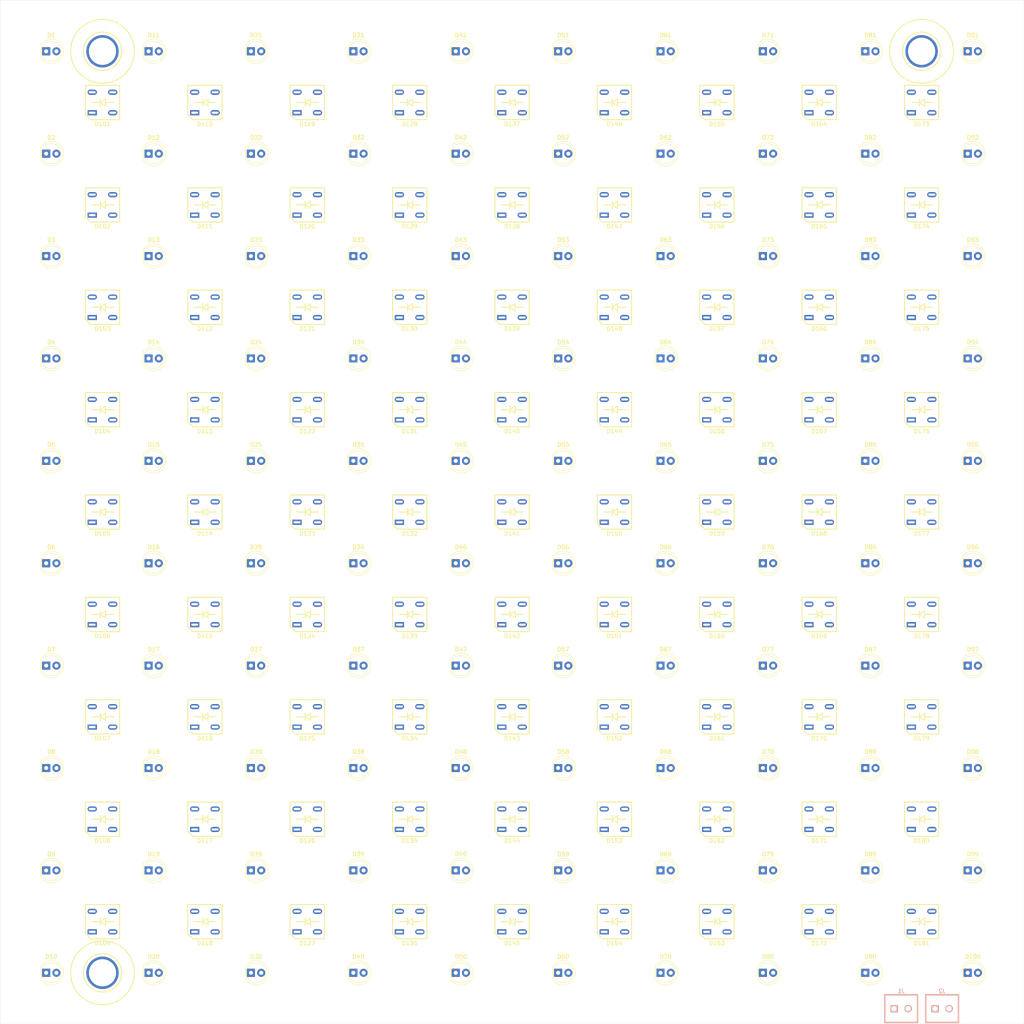
<source format=kicad_pcb>
(kicad_pcb (version 4) (host pcbnew 4.0.7-e2-6376~58~ubuntu16.04.1)
  (layers (0 F.Cu signal) (31 B.Cu signal) (34 B.Paste user) (35 F.Paste user) (36 B.SilkS user) (37 F.SilkS user) (38 B.Mask user) (39 F.Mask user) (44 Edge.Cuts user))
  (net 0 "")
  (net 1 "Net-(D1-Pad1)")
  (net 2 "Net-(D1-Pad2)")
  (net 3 "Net-(D2-Pad1)")
  (net 4 "Net-(D3-Pad1)")
  (net 5 "Net-(D4-Pad1)")
  (net 6 "Net-(D5-Pad1)")
  (net 7 "Net-(D6-Pad1)")
  (net 8 "Net-(D7-Pad1)")
  (net 9 "Net-(D8-Pad1)")
  (net 10 "Net-(D10-Pad2)")
  (net 11 "Net-(D10-Pad1)")
  (net 12 "Net-(D11-Pad1)")
  (net 13 "Net-(D12-Pad1)")
  (net 14 "Net-(D13-Pad1)")
  (net 15 "Net-(D14-Pad1)")
  (net 16 "Net-(D15-Pad1)")
  (net 17 "Net-(D16-Pad1)")
  (net 18 "Net-(D17-Pad1)")
  (net 19 "Net-(D18-Pad1)")
  (net 20 "Net-(D19-Pad1)")
  (net 21 "Net-(D21-Pad1)")
  (net 22 "Net-(D22-Pad1)")
  (net 23 "Net-(D23-Pad1)")
  (net 24 "Net-(D24-Pad1)")
  (net 25 "Net-(D25-Pad1)")
  (net 26 "Net-(D26-Pad1)")
  (net 27 "Net-(D27-Pad1)")
  (net 28 "Net-(D28-Pad1)")
  (net 29 "Net-(D29-Pad1)")
  (net 30 "Net-(D31-Pad1)")
  (net 31 "Net-(D32-Pad1)")
  (net 32 "Net-(D33-Pad1)")
  (net 33 "Net-(D34-Pad1)")
  (net 34 "Net-(D35-Pad1)")
  (net 35 "Net-(D36-Pad1)")
  (net 36 "Net-(D37-Pad1)")
  (net 37 "Net-(D38-Pad1)")
  (net 38 "Net-(D39-Pad1)")
  (net 39 "Net-(D41-Pad1)")
  (net 40 "Net-(D42-Pad1)")
  (net 41 "Net-(D43-Pad1)")
  (net 42 "Net-(D44-Pad1)")
  (net 43 "Net-(D45-Pad1)")
  (net 44 "Net-(D46-Pad1)")
  (net 45 "Net-(D47-Pad1)")
  (net 46 "Net-(D48-Pad1)")
  (net 47 "Net-(D49-Pad1)")
  (net 48 "Net-(D51-Pad1)")
  (net 49 "Net-(D52-Pad1)")
  (net 50 "Net-(D53-Pad1)")
  (net 51 "Net-(D54-Pad1)")
  (net 52 "Net-(D55-Pad1)")
  (net 53 "Net-(D56-Pad1)")
  (net 54 "Net-(D57-Pad1)")
  (net 55 "Net-(D58-Pad1)")
  (net 56 "Net-(D59-Pad1)")
  (net 57 "Net-(D61-Pad1)")
  (net 58 "Net-(D62-Pad1)")
  (net 59 "Net-(D63-Pad1)")
  (net 60 "Net-(D64-Pad1)")
  (net 61 "Net-(D65-Pad1)")
  (net 62 "Net-(D66-Pad1)")
  (net 63 "Net-(D67-Pad1)")
  (net 64 "Net-(D68-Pad1)")
  (net 65 "Net-(D69-Pad1)")
  (net 66 "Net-(D71-Pad1)")
  (net 67 "Net-(D72-Pad1)")
  (net 68 "Net-(D73-Pad1)")
  (net 69 "Net-(D74-Pad1)")
  (net 70 "Net-(D75-Pad1)")
  (net 71 "Net-(D76-Pad1)")
  (net 72 "Net-(D77-Pad1)")
  (net 73 "Net-(D78-Pad1)")
  (net 74 "Net-(D79-Pad1)")
  (net 75 "Net-(D81-Pad1)")
  (net 76 "Net-(D82-Pad1)")
  (net 77 "Net-(D83-Pad1)")
  (net 78 "Net-(D84-Pad1)")
  (net 79 "Net-(D85-Pad1)")
  (net 80 "Net-(D86-Pad1)")
  (net 81 "Net-(D87-Pad1)")
  (net 82 "Net-(D88-Pad1)")
  (net 83 "Net-(D89-Pad1)")
  (net 84 "Net-(D91-Pad1)")
  (net 85 "Net-(D92-Pad1)")
  (net 86 "Net-(D93-Pad1)")
  (net 87 "Net-(D94-Pad1)")
  (net 88 "Net-(D95-Pad1)")
  (net 89 "Net-(D96-Pad1)")
  (net 90 "Net-(D97-Pad1)")
  (net 91 "Net-(D98-Pad1)")
  (net 92 "Net-(D100-Pad2)")
  (net 93 "Net-(D101-Pad1)")
  (net 94 "Net-(D101-Pad2)")
  (net 95 "Net-(D102-Pad1)")
  (net 96 "Net-(D103-Pad1)")
  (net 97 "Net-(D104-Pad1)")
  (net 98 "Net-(D105-Pad1)")
  (net 99 "Net-(D106-Pad1)")
  (net 100 "Net-(D107-Pad1)")
  (net 101 "Net-(D108-Pad1)")
  (net 102 "Net-(D109-Pad1)")
  (net 103 "Net-(D110-Pad1)")
  (net 104 "Net-(D111-Pad1)")
  (net 105 "Net-(D112-Pad1)")
  (net 106 "Net-(D113-Pad1)")
  (net 107 "Net-(D114-Pad1)")
  (net 108 "Net-(D115-Pad1)")
  (net 109 "Net-(D116-Pad1)")
  (net 110 "Net-(D117-Pad1)")
  (net 111 "Net-(D119-Pad1)")
  (net 112 "Net-(D120-Pad1)")
  (net 113 "Net-(D121-Pad1)")
  (net 114 "Net-(D122-Pad1)")
  (net 115 "Net-(D123-Pad1)")
  (net 116 "Net-(D124-Pad1)")
  (net 117 "Net-(D125-Pad1)")
  (net 118 "Net-(D126-Pad1)")
  (net 119 "Net-(D128-Pad1)")
  (net 120 "Net-(D129-Pad1)")
  (net 121 "Net-(D130-Pad1)")
  (net 122 "Net-(D131-Pad1)")
  (net 123 "Net-(D132-Pad1)")
  (net 124 "Net-(D133-Pad1)")
  (net 125 "Net-(D134-Pad1)")
  (net 126 "Net-(D135-Pad1)")
  (net 127 "Net-(D137-Pad1)")
  (net 128 "Net-(D138-Pad1)")
  (net 129 "Net-(D139-Pad1)")
  (net 130 "Net-(D140-Pad1)")
  (net 131 "Net-(D141-Pad1)")
  (net 132 "Net-(D142-Pad1)")
  (net 133 "Net-(D143-Pad1)")
  (net 134 "Net-(D144-Pad1)")
  (net 135 "Net-(D146-Pad1)")
  (net 136 "Net-(D147-Pad1)")
  (net 137 "Net-(D148-Pad1)")
  (net 138 "Net-(D149-Pad1)")
  (net 139 "Net-(D150-Pad1)")
  (net 140 "Net-(D151-Pad1)")
  (net 141 "Net-(D152-Pad1)")
  (net 142 "Net-(D153-Pad1)")
  (net 143 "Net-(D155-Pad1)")
  (net 144 "Net-(D156-Pad1)")
  (net 145 "Net-(D157-Pad1)")
  (net 146 "Net-(D158-Pad1)")
  (net 147 "Net-(D159-Pad1)")
  (net 148 "Net-(D160-Pad1)")
  (net 149 "Net-(D161-Pad1)")
  (net 150 "Net-(D162-Pad1)")
  (net 151 "Net-(D164-Pad1)")
  (net 152 "Net-(D165-Pad1)")
  (net 153 "Net-(D166-Pad1)")
  (net 154 "Net-(D167-Pad1)")
  (net 155 "Net-(D168-Pad1)")
  (net 156 "Net-(D169-Pad1)")
  (net 157 "Net-(D170-Pad1)")
  (net 158 "Net-(D171-Pad1)")
  (net 159 "Net-(D173-Pad1)")
  (net 160 "Net-(D174-Pad1)")
  (net 161 "Net-(D175-Pad1)")
  (net 162 "Net-(D176-Pad1)")
  (net 163 "Net-(D177-Pad1)")
  (net 164 "Net-(D178-Pad1)")
  (net 165 "Net-(D179-Pad1)")
  (net 166 "Net-(D180-Pad1)")
  (module mount_holes_custom:quarter_twenty (layer F.Cu) (at 76.2 292.1)
    (fp_text reference REF** hide)
    (fp_text value quarter_twenty hide)
    (pad "" thru_hole circle (at 0 0) (size 8.0264 8.0264) (drill 6.7564) (layers *.Cu *.Mask))
  )
  (module mount_holes_custom:quarter_twenty (layer F.Cu) (at 76.2 63.5)
    (fp_text reference REF** hide)
    (fp_text value quarter_twenty hide)
    (pad "" thru_hole circle (at 0 0) (size 8.0264 8.0264) (drill 6.7564) (layers *.Cu *.Mask))
  )
  (module mount_holes_custom:quarter_twenty (layer F.Cu) (at 279.4 63.5)
    (fp_text reference REF** hide)
    (fp_text value quarter_twenty hide)
    (pad "" thru_hole circle (at 0 0) (size 8.0264 8.0264) (drill 6.7564) (layers *.Cu *.Mask))
  )
  (module led_5mm_custom:LED_5mm_custom (layer F.Cu) (at 63.5 63.5)
    (fp_text reference D1 (at 0 -4.01) (layer F.SilkS) (effects (font (size 1.016 1.016) (thickness 0.2286))))
    (fp_text value LED_ALT hide)
    (pad 2 thru_hole circle (at 1.27 0) (size 2 2) (drill 1) (layers *.Cu *.Mask) (net 2 "Net-(D1-Pad2)"))
    (pad 1 thru_hole rect (at -1.27 0) (size 2 2) (drill 1) (layers *.Cu *.Mask) (net 1 "Net-(D1-Pad1)"))
  )
  (module led_5mm_custom:LED_5mm_custom (layer F.Cu) (at 63.5 88.899999)
    (fp_text reference D2 (at 0 -4.01) (layer F.SilkS) (effects (font (size 1.016 1.016) (thickness 0.2286))))
    (fp_text value LED_ALT hide)
    (pad 2 thru_hole circle (at 1.27 0) (size 2 2) (drill 1) (layers *.Cu *.Mask) (net 1 "Net-(D1-Pad1)"))
    (pad 1 thru_hole rect (at -1.27 0) (size 2 2) (drill 1) (layers *.Cu *.Mask) (net 3 "Net-(D2-Pad1)"))
  )
  (module led_5mm_custom:LED_5mm_custom (layer F.Cu) (at 63.5 114.3)
    (fp_text reference D3 (at 0 -4.01) (layer F.SilkS) (effects (font (size 1.016 1.016) (thickness 0.2286))))
    (fp_text value LED_ALT hide)
    (pad 2 thru_hole circle (at 1.27 0) (size 2 2) (drill 1) (layers *.Cu *.Mask) (net 3 "Net-(D2-Pad1)"))
    (pad 1 thru_hole rect (at -1.27 0) (size 2 2) (drill 1) (layers *.Cu *.Mask) (net 4 "Net-(D3-Pad1)"))
  )
  (module led_5mm_custom:LED_5mm_custom (layer F.Cu) (at 63.5 139.7)
    (fp_text reference D4 (at 0 -4.01) (layer F.SilkS) (effects (font (size 1.016 1.016) (thickness 0.2286))))
    (fp_text value LED_ALT hide)
    (pad 2 thru_hole circle (at 1.27 0) (size 2 2) (drill 1) (layers *.Cu *.Mask) (net 4 "Net-(D3-Pad1)"))
    (pad 1 thru_hole rect (at -1.27 0) (size 2 2) (drill 1) (layers *.Cu *.Mask) (net 5 "Net-(D4-Pad1)"))
  )
  (module led_5mm_custom:LED_5mm_custom (layer F.Cu) (at 63.5 165.1)
    (fp_text reference D5 (at 0 -4.01) (layer F.SilkS) (effects (font (size 1.016 1.016) (thickness 0.2286))))
    (fp_text value LED_ALT hide)
    (pad 2 thru_hole circle (at 1.27 0) (size 2 2) (drill 1) (layers *.Cu *.Mask) (net 5 "Net-(D4-Pad1)"))
    (pad 1 thru_hole rect (at -1.27 0) (size 2 2) (drill 1) (layers *.Cu *.Mask) (net 6 "Net-(D5-Pad1)"))
  )
  (module led_5mm_custom:LED_5mm_custom (layer F.Cu) (at 63.5 190.5)
    (fp_text reference D6 (at 0 -4.01) (layer F.SilkS) (effects (font (size 1.016 1.016) (thickness 0.2286))))
    (fp_text value LED_ALT hide)
    (pad 2 thru_hole circle (at 1.27 0) (size 2 2) (drill 1) (layers *.Cu *.Mask) (net 6 "Net-(D5-Pad1)"))
    (pad 1 thru_hole rect (at -1.27 0) (size 2 2) (drill 1) (layers *.Cu *.Mask) (net 7 "Net-(D6-Pad1)"))
  )
  (module led_5mm_custom:LED_5mm_custom (layer F.Cu) (at 63.5 215.899999)
    (fp_text reference D7 (at 0 -4.01) (layer F.SilkS) (effects (font (size 1.016 1.016) (thickness 0.2286))))
    (fp_text value LED_ALT hide)
    (pad 2 thru_hole circle (at 1.27 0) (size 2 2) (drill 1) (layers *.Cu *.Mask) (net 7 "Net-(D6-Pad1)"))
    (pad 1 thru_hole rect (at -1.27 0) (size 2 2) (drill 1) (layers *.Cu *.Mask) (net 8 "Net-(D7-Pad1)"))
  )
  (module led_5mm_custom:LED_5mm_custom (layer F.Cu) (at 63.5 241.299999)
    (fp_text reference D8 (at 0 -4.01) (layer F.SilkS) (effects (font (size 1.016 1.016) (thickness 0.2286))))
    (fp_text value LED_ALT hide)
    (pad 2 thru_hole circle (at 1.27 0) (size 2 2) (drill 1) (layers *.Cu *.Mask) (net 8 "Net-(D7-Pad1)"))
    (pad 1 thru_hole rect (at -1.27 0) (size 2 2) (drill 1) (layers *.Cu *.Mask) (net 9 "Net-(D8-Pad1)"))
  )
  (module led_5mm_custom:LED_5mm_custom (layer F.Cu) (at 63.5 266.7)
    (fp_text reference D9 (at 0 -4.01) (layer F.SilkS) (effects (font (size 1.016 1.016) (thickness 0.2286))))
    (fp_text value LED_ALT hide)
    (pad 2 thru_hole circle (at 1.27 0) (size 2 2) (drill 1) (layers *.Cu *.Mask) (net 9 "Net-(D8-Pad1)"))
    (pad 1 thru_hole rect (at -1.27 0) (size 2 2) (drill 1) (layers *.Cu *.Mask) (net 10 "Net-(D10-Pad2)"))
  )
  (module led_5mm_custom:LED_5mm_custom (layer F.Cu) (at 63.5 292.099999)
    (fp_text reference D10 (at 0 -4.01) (layer F.SilkS) (effects (font (size 1.016 1.016) (thickness 0.2286))))
    (fp_text value LED_ALT hide)
    (pad 2 thru_hole circle (at 1.27 0) (size 2 2) (drill 1) (layers *.Cu *.Mask) (net 10 "Net-(D10-Pad2)"))
    (pad 1 thru_hole rect (at -1.27 0) (size 2 2) (drill 1) (layers *.Cu *.Mask) (net 11 "Net-(D10-Pad1)"))
  )
  (module led_5mm_custom:LED_5mm_custom (layer F.Cu) (at 88.899999 63.5)
    (fp_text reference D11 (at 0 -4.01) (layer F.SilkS) (effects (font (size 1.016 1.016) (thickness 0.2286))))
    (fp_text value LED_ALT hide)
    (pad 2 thru_hole circle (at 1.27 0) (size 2 2) (drill 1) (layers *.Cu *.Mask) (net 2 "Net-(D1-Pad2)"))
    (pad 1 thru_hole rect (at -1.27 0) (size 2 2) (drill 1) (layers *.Cu *.Mask) (net 12 "Net-(D11-Pad1)"))
  )
  (module led_5mm_custom:LED_5mm_custom (layer F.Cu) (at 88.899999 88.899999)
    (fp_text reference D12 (at 0 -4.01) (layer F.SilkS) (effects (font (size 1.016 1.016) (thickness 0.2286))))
    (fp_text value LED_ALT hide)
    (pad 2 thru_hole circle (at 1.27 0) (size 2 2) (drill 1) (layers *.Cu *.Mask) (net 12 "Net-(D11-Pad1)"))
    (pad 1 thru_hole rect (at -1.27 0) (size 2 2) (drill 1) (layers *.Cu *.Mask) (net 13 "Net-(D12-Pad1)"))
  )
  (module led_5mm_custom:LED_5mm_custom (layer F.Cu) (at 88.899999 114.3)
    (fp_text reference D13 (at 0 -4.01) (layer F.SilkS) (effects (font (size 1.016 1.016) (thickness 0.2286))))
    (fp_text value LED_ALT hide)
    (pad 2 thru_hole circle (at 1.27 0) (size 2 2) (drill 1) (layers *.Cu *.Mask) (net 13 "Net-(D12-Pad1)"))
    (pad 1 thru_hole rect (at -1.27 0) (size 2 2) (drill 1) (layers *.Cu *.Mask) (net 14 "Net-(D13-Pad1)"))
  )
  (module led_5mm_custom:LED_5mm_custom (layer F.Cu) (at 88.899999 139.7)
    (fp_text reference D14 (at 0 -4.01) (layer F.SilkS) (effects (font (size 1.016 1.016) (thickness 0.2286))))
    (fp_text value LED_ALT hide)
    (pad 2 thru_hole circle (at 1.27 0) (size 2 2) (drill 1) (layers *.Cu *.Mask) (net 14 "Net-(D13-Pad1)"))
    (pad 1 thru_hole rect (at -1.27 0) (size 2 2) (drill 1) (layers *.Cu *.Mask) (net 15 "Net-(D14-Pad1)"))
  )
  (module led_5mm_custom:LED_5mm_custom (layer F.Cu) (at 88.899999 165.1)
    (fp_text reference D15 (at 0 -4.01) (layer F.SilkS) (effects (font (size 1.016 1.016) (thickness 0.2286))))
    (fp_text value LED_ALT hide)
    (pad 2 thru_hole circle (at 1.27 0) (size 2 2) (drill 1) (layers *.Cu *.Mask) (net 15 "Net-(D14-Pad1)"))
    (pad 1 thru_hole rect (at -1.27 0) (size 2 2) (drill 1) (layers *.Cu *.Mask) (net 16 "Net-(D15-Pad1)"))
  )
  (module led_5mm_custom:LED_5mm_custom (layer F.Cu) (at 88.899999 190.5)
    (fp_text reference D16 (at 0 -4.01) (layer F.SilkS) (effects (font (size 1.016 1.016) (thickness 0.2286))))
    (fp_text value LED_ALT hide)
    (pad 2 thru_hole circle (at 1.27 0) (size 2 2) (drill 1) (layers *.Cu *.Mask) (net 16 "Net-(D15-Pad1)"))
    (pad 1 thru_hole rect (at -1.27 0) (size 2 2) (drill 1) (layers *.Cu *.Mask) (net 17 "Net-(D16-Pad1)"))
  )
  (module led_5mm_custom:LED_5mm_custom (layer F.Cu) (at 88.899999 215.899999)
    (fp_text reference D17 (at 0 -4.01) (layer F.SilkS) (effects (font (size 1.016 1.016) (thickness 0.2286))))
    (fp_text value LED_ALT hide)
    (pad 2 thru_hole circle (at 1.27 0) (size 2 2) (drill 1) (layers *.Cu *.Mask) (net 17 "Net-(D16-Pad1)"))
    (pad 1 thru_hole rect (at -1.27 0) (size 2 2) (drill 1) (layers *.Cu *.Mask) (net 18 "Net-(D17-Pad1)"))
  )
  (module led_5mm_custom:LED_5mm_custom (layer F.Cu) (at 88.899999 241.299999)
    (fp_text reference D18 (at 0 -4.01) (layer F.SilkS) (effects (font (size 1.016 1.016) (thickness 0.2286))))
    (fp_text value LED_ALT hide)
    (pad 2 thru_hole circle (at 1.27 0) (size 2 2) (drill 1) (layers *.Cu *.Mask) (net 18 "Net-(D17-Pad1)"))
    (pad 1 thru_hole rect (at -1.27 0) (size 2 2) (drill 1) (layers *.Cu *.Mask) (net 19 "Net-(D18-Pad1)"))
  )
  (module led_5mm_custom:LED_5mm_custom (layer F.Cu) (at 88.899999 266.7)
    (fp_text reference D19 (at 0 -4.01) (layer F.SilkS) (effects (font (size 1.016 1.016) (thickness 0.2286))))
    (fp_text value LED_ALT hide)
    (pad 2 thru_hole circle (at 1.27 0) (size 2 2) (drill 1) (layers *.Cu *.Mask) (net 19 "Net-(D18-Pad1)"))
    (pad 1 thru_hole rect (at -1.27 0) (size 2 2) (drill 1) (layers *.Cu *.Mask) (net 20 "Net-(D19-Pad1)"))
  )
  (module led_5mm_custom:LED_5mm_custom (layer F.Cu) (at 88.899999 292.099999)
    (fp_text reference D20 (at 0 -4.01) (layer F.SilkS) (effects (font (size 1.016 1.016) (thickness 0.2286))))
    (fp_text value LED_ALT hide)
    (pad 2 thru_hole circle (at 1.27 0) (size 2 2) (drill 1) (layers *.Cu *.Mask) (net 20 "Net-(D19-Pad1)"))
    (pad 1 thru_hole rect (at -1.27 0) (size 2 2) (drill 1) (layers *.Cu *.Mask) (net 11 "Net-(D10-Pad1)"))
  )
  (module led_5mm_custom:LED_5mm_custom (layer F.Cu) (at 114.3 63.5)
    (fp_text reference D21 (at 0 -4.01) (layer F.SilkS) (effects (font (size 1.016 1.016) (thickness 0.2286))))
    (fp_text value LED_ALT hide)
    (pad 2 thru_hole circle (at 1.27 0) (size 2 2) (drill 1) (layers *.Cu *.Mask) (net 2 "Net-(D1-Pad2)"))
    (pad 1 thru_hole rect (at -1.27 0) (size 2 2) (drill 1) (layers *.Cu *.Mask) (net 21 "Net-(D21-Pad1)"))
  )
  (module led_5mm_custom:LED_5mm_custom (layer F.Cu) (at 114.3 88.899999)
    (fp_text reference D22 (at 0 -4.01) (layer F.SilkS) (effects (font (size 1.016 1.016) (thickness 0.2286))))
    (fp_text value LED_ALT hide)
    (pad 2 thru_hole circle (at 1.27 0) (size 2 2) (drill 1) (layers *.Cu *.Mask) (net 21 "Net-(D21-Pad1)"))
    (pad 1 thru_hole rect (at -1.27 0) (size 2 2) (drill 1) (layers *.Cu *.Mask) (net 22 "Net-(D22-Pad1)"))
  )
  (module led_5mm_custom:LED_5mm_custom (layer F.Cu) (at 114.3 114.3)
    (fp_text reference D23 (at 0 -4.01) (layer F.SilkS) (effects (font (size 1.016 1.016) (thickness 0.2286))))
    (fp_text value LED_ALT hide)
    (pad 2 thru_hole circle (at 1.27 0) (size 2 2) (drill 1) (layers *.Cu *.Mask) (net 22 "Net-(D22-Pad1)"))
    (pad 1 thru_hole rect (at -1.27 0) (size 2 2) (drill 1) (layers *.Cu *.Mask) (net 23 "Net-(D23-Pad1)"))
  )
  (module led_5mm_custom:LED_5mm_custom (layer F.Cu) (at 114.3 139.7)
    (fp_text reference D24 (at 0 -4.01) (layer F.SilkS) (effects (font (size 1.016 1.016) (thickness 0.2286))))
    (fp_text value LED_ALT hide)
    (pad 2 thru_hole circle (at 1.27 0) (size 2 2) (drill 1) (layers *.Cu *.Mask) (net 23 "Net-(D23-Pad1)"))
    (pad 1 thru_hole rect (at -1.27 0) (size 2 2) (drill 1) (layers *.Cu *.Mask) (net 24 "Net-(D24-Pad1)"))
  )
  (module led_5mm_custom:LED_5mm_custom (layer F.Cu) (at 114.3 165.1)
    (fp_text reference D25 (at 0 -4.01) (layer F.SilkS) (effects (font (size 1.016 1.016) (thickness 0.2286))))
    (fp_text value LED_ALT hide)
    (pad 2 thru_hole circle (at 1.27 0) (size 2 2) (drill 1) (layers *.Cu *.Mask) (net 24 "Net-(D24-Pad1)"))
    (pad 1 thru_hole rect (at -1.27 0) (size 2 2) (drill 1) (layers *.Cu *.Mask) (net 25 "Net-(D25-Pad1)"))
  )
  (module led_5mm_custom:LED_5mm_custom (layer F.Cu) (at 114.3 190.5)
    (fp_text reference D26 (at 0 -4.01) (layer F.SilkS) (effects (font (size 1.016 1.016) (thickness 0.2286))))
    (fp_text value LED_ALT hide)
    (pad 2 thru_hole circle (at 1.27 0) (size 2 2) (drill 1) (layers *.Cu *.Mask) (net 25 "Net-(D25-Pad1)"))
    (pad 1 thru_hole rect (at -1.27 0) (size 2 2) (drill 1) (layers *.Cu *.Mask) (net 26 "Net-(D26-Pad1)"))
  )
  (module led_5mm_custom:LED_5mm_custom (layer F.Cu) (at 114.3 215.899999)
    (fp_text reference D27 (at 0 -4.01) (layer F.SilkS) (effects (font (size 1.016 1.016) (thickness 0.2286))))
    (fp_text value LED_ALT hide)
    (pad 2 thru_hole circle (at 1.27 0) (size 2 2) (drill 1) (layers *.Cu *.Mask) (net 26 "Net-(D26-Pad1)"))
    (pad 1 thru_hole rect (at -1.27 0) (size 2 2) (drill 1) (layers *.Cu *.Mask) (net 27 "Net-(D27-Pad1)"))
  )
  (module led_5mm_custom:LED_5mm_custom (layer F.Cu) (at 114.3 241.299999)
    (fp_text reference D28 (at 0 -4.01) (layer F.SilkS) (effects (font (size 1.016 1.016) (thickness 0.2286))))
    (fp_text value LED_ALT hide)
    (pad 2 thru_hole circle (at 1.27 0) (size 2 2) (drill 1) (layers *.Cu *.Mask) (net 27 "Net-(D27-Pad1)"))
    (pad 1 thru_hole rect (at -1.27 0) (size 2 2) (drill 1) (layers *.Cu *.Mask) (net 28 "Net-(D28-Pad1)"))
  )
  (module led_5mm_custom:LED_5mm_custom (layer F.Cu) (at 114.3 266.7)
    (fp_text reference D29 (at 0 -4.01) (layer F.SilkS) (effects (font (size 1.016 1.016) (thickness 0.2286))))
    (fp_text value LED_ALT hide)
    (pad 2 thru_hole circle (at 1.27 0) (size 2 2) (drill 1) (layers *.Cu *.Mask) (net 28 "Net-(D28-Pad1)"))
    (pad 1 thru_hole rect (at -1.27 0) (size 2 2) (drill 1) (layers *.Cu *.Mask) (net 29 "Net-(D29-Pad1)"))
  )
  (module led_5mm_custom:LED_5mm_custom (layer F.Cu) (at 114.3 292.099999)
    (fp_text reference D30 (at 0 -4.01) (layer F.SilkS) (effects (font (size 1.016 1.016) (thickness 0.2286))))
    (fp_text value LED_ALT hide)
    (pad 2 thru_hole circle (at 1.27 0) (size 2 2) (drill 1) (layers *.Cu *.Mask) (net 29 "Net-(D29-Pad1)"))
    (pad 1 thru_hole rect (at -1.27 0) (size 2 2) (drill 1) (layers *.Cu *.Mask) (net 11 "Net-(D10-Pad1)"))
  )
  (module led_5mm_custom:LED_5mm_custom (layer F.Cu) (at 139.7 63.5)
    (fp_text reference D31 (at 0 -4.01) (layer F.SilkS) (effects (font (size 1.016 1.016) (thickness 0.2286))))
    (fp_text value LED_ALT hide)
    (pad 2 thru_hole circle (at 1.27 0) (size 2 2) (drill 1) (layers *.Cu *.Mask) (net 2 "Net-(D1-Pad2)"))
    (pad 1 thru_hole rect (at -1.27 0) (size 2 2) (drill 1) (layers *.Cu *.Mask) (net 30 "Net-(D31-Pad1)"))
  )
  (module led_5mm_custom:LED_5mm_custom (layer F.Cu) (at 139.7 88.899999)
    (fp_text reference D32 (at 0 -4.01) (layer F.SilkS) (effects (font (size 1.016 1.016) (thickness 0.2286))))
    (fp_text value LED_ALT hide)
    (pad 2 thru_hole circle (at 1.27 0) (size 2 2) (drill 1) (layers *.Cu *.Mask) (net 30 "Net-(D31-Pad1)"))
    (pad 1 thru_hole rect (at -1.27 0) (size 2 2) (drill 1) (layers *.Cu *.Mask) (net 31 "Net-(D32-Pad1)"))
  )
  (module led_5mm_custom:LED_5mm_custom (layer F.Cu) (at 139.7 114.3)
    (fp_text reference D33 (at 0 -4.01) (layer F.SilkS) (effects (font (size 1.016 1.016) (thickness 0.2286))))
    (fp_text value LED_ALT hide)
    (pad 2 thru_hole circle (at 1.27 0) (size 2 2) (drill 1) (layers *.Cu *.Mask) (net 31 "Net-(D32-Pad1)"))
    (pad 1 thru_hole rect (at -1.27 0) (size 2 2) (drill 1) (layers *.Cu *.Mask) (net 32 "Net-(D33-Pad1)"))
  )
  (module led_5mm_custom:LED_5mm_custom (layer F.Cu) (at 139.7 139.7)
    (fp_text reference D34 (at 0 -4.01) (layer F.SilkS) (effects (font (size 1.016 1.016) (thickness 0.2286))))
    (fp_text value LED_ALT hide)
    (pad 2 thru_hole circle (at 1.27 0) (size 2 2) (drill 1) (layers *.Cu *.Mask) (net 32 "Net-(D33-Pad1)"))
    (pad 1 thru_hole rect (at -1.27 0) (size 2 2) (drill 1) (layers *.Cu *.Mask) (net 33 "Net-(D34-Pad1)"))
  )
  (module led_5mm_custom:LED_5mm_custom (layer F.Cu) (at 139.7 165.1)
    (fp_text reference D35 (at 0 -4.01) (layer F.SilkS) (effects (font (size 1.016 1.016) (thickness 0.2286))))
    (fp_text value LED_ALT hide)
    (pad 2 thru_hole circle (at 1.27 0) (size 2 2) (drill 1) (layers *.Cu *.Mask) (net 33 "Net-(D34-Pad1)"))
    (pad 1 thru_hole rect (at -1.27 0) (size 2 2) (drill 1) (layers *.Cu *.Mask) (net 34 "Net-(D35-Pad1)"))
  )
  (module led_5mm_custom:LED_5mm_custom (layer F.Cu) (at 139.7 190.5)
    (fp_text reference D36 (at 0 -4.01) (layer F.SilkS) (effects (font (size 1.016 1.016) (thickness 0.2286))))
    (fp_text value LED_ALT hide)
    (pad 2 thru_hole circle (at 1.27 0) (size 2 2) (drill 1) (layers *.Cu *.Mask) (net 34 "Net-(D35-Pad1)"))
    (pad 1 thru_hole rect (at -1.27 0) (size 2 2) (drill 1) (layers *.Cu *.Mask) (net 35 "Net-(D36-Pad1)"))
  )
  (module led_5mm_custom:LED_5mm_custom (layer F.Cu) (at 139.7 215.899999)
    (fp_text reference D37 (at 0 -4.01) (layer F.SilkS) (effects (font (size 1.016 1.016) (thickness 0.2286))))
    (fp_text value LED_ALT hide)
    (pad 2 thru_hole circle (at 1.27 0) (size 2 2) (drill 1) (layers *.Cu *.Mask) (net 35 "Net-(D36-Pad1)"))
    (pad 1 thru_hole rect (at -1.27 0) (size 2 2) (drill 1) (layers *.Cu *.Mask) (net 36 "Net-(D37-Pad1)"))
  )
  (module led_5mm_custom:LED_5mm_custom (layer F.Cu) (at 139.7 241.299999)
    (fp_text reference D38 (at 0 -4.01) (layer F.SilkS) (effects (font (size 1.016 1.016) (thickness 0.2286))))
    (fp_text value LED_ALT hide)
    (pad 2 thru_hole circle (at 1.27 0) (size 2 2) (drill 1) (layers *.Cu *.Mask) (net 36 "Net-(D37-Pad1)"))
    (pad 1 thru_hole rect (at -1.27 0) (size 2 2) (drill 1) (layers *.Cu *.Mask) (net 37 "Net-(D38-Pad1)"))
  )
  (module led_5mm_custom:LED_5mm_custom (layer F.Cu) (at 139.7 266.7)
    (fp_text reference D39 (at 0 -4.01) (layer F.SilkS) (effects (font (size 1.016 1.016) (thickness 0.2286))))
    (fp_text value LED_ALT hide)
    (pad 2 thru_hole circle (at 1.27 0) (size 2 2) (drill 1) (layers *.Cu *.Mask) (net 37 "Net-(D38-Pad1)"))
    (pad 1 thru_hole rect (at -1.27 0) (size 2 2) (drill 1) (layers *.Cu *.Mask) (net 38 "Net-(D39-Pad1)"))
  )
  (module led_5mm_custom:LED_5mm_custom (layer F.Cu) (at 139.7 292.099999)
    (fp_text reference D40 (at 0 -4.01) (layer F.SilkS) (effects (font (size 1.016 1.016) (thickness 0.2286))))
    (fp_text value LED_ALT hide)
    (pad 2 thru_hole circle (at 1.27 0) (size 2 2) (drill 1) (layers *.Cu *.Mask) (net 38 "Net-(D39-Pad1)"))
    (pad 1 thru_hole rect (at -1.27 0) (size 2 2) (drill 1) (layers *.Cu *.Mask) (net 11 "Net-(D10-Pad1)"))
  )
  (module led_5mm_custom:LED_5mm_custom (layer F.Cu) (at 165.1 63.5)
    (fp_text reference D41 (at 0 -4.01) (layer F.SilkS) (effects (font (size 1.016 1.016) (thickness 0.2286))))
    (fp_text value LED_ALT hide)
    (pad 2 thru_hole circle (at 1.27 0) (size 2 2) (drill 1) (layers *.Cu *.Mask) (net 2 "Net-(D1-Pad2)"))
    (pad 1 thru_hole rect (at -1.27 0) (size 2 2) (drill 1) (layers *.Cu *.Mask) (net 39 "Net-(D41-Pad1)"))
  )
  (module led_5mm_custom:LED_5mm_custom (layer F.Cu) (at 165.1 88.899999)
    (fp_text reference D42 (at 0 -4.01) (layer F.SilkS) (effects (font (size 1.016 1.016) (thickness 0.2286))))
    (fp_text value LED_ALT hide)
    (pad 2 thru_hole circle (at 1.27 0) (size 2 2) (drill 1) (layers *.Cu *.Mask) (net 39 "Net-(D41-Pad1)"))
    (pad 1 thru_hole rect (at -1.27 0) (size 2 2) (drill 1) (layers *.Cu *.Mask) (net 40 "Net-(D42-Pad1)"))
  )
  (module led_5mm_custom:LED_5mm_custom (layer F.Cu) (at 165.1 114.3)
    (fp_text reference D43 (at 0 -4.01) (layer F.SilkS) (effects (font (size 1.016 1.016) (thickness 0.2286))))
    (fp_text value LED_ALT hide)
    (pad 2 thru_hole circle (at 1.27 0) (size 2 2) (drill 1) (layers *.Cu *.Mask) (net 40 "Net-(D42-Pad1)"))
    (pad 1 thru_hole rect (at -1.27 0) (size 2 2) (drill 1) (layers *.Cu *.Mask) (net 41 "Net-(D43-Pad1)"))
  )
  (module led_5mm_custom:LED_5mm_custom (layer F.Cu) (at 165.1 139.7)
    (fp_text reference D44 (at 0 -4.01) (layer F.SilkS) (effects (font (size 1.016 1.016) (thickness 0.2286))))
    (fp_text value LED_ALT hide)
    (pad 2 thru_hole circle (at 1.27 0) (size 2 2) (drill 1) (layers *.Cu *.Mask) (net 41 "Net-(D43-Pad1)"))
    (pad 1 thru_hole rect (at -1.27 0) (size 2 2) (drill 1) (layers *.Cu *.Mask) (net 42 "Net-(D44-Pad1)"))
  )
  (module led_5mm_custom:LED_5mm_custom (layer F.Cu) (at 165.1 165.1)
    (fp_text reference D45 (at 0 -4.01) (layer F.SilkS) (effects (font (size 1.016 1.016) (thickness 0.2286))))
    (fp_text value LED_ALT hide)
    (pad 2 thru_hole circle (at 1.27 0) (size 2 2) (drill 1) (layers *.Cu *.Mask) (net 42 "Net-(D44-Pad1)"))
    (pad 1 thru_hole rect (at -1.27 0) (size 2 2) (drill 1) (layers *.Cu *.Mask) (net 43 "Net-(D45-Pad1)"))
  )
  (module led_5mm_custom:LED_5mm_custom (layer F.Cu) (at 165.1 190.5)
    (fp_text reference D46 (at 0 -4.01) (layer F.SilkS) (effects (font (size 1.016 1.016) (thickness 0.2286))))
    (fp_text value LED_ALT hide)
    (pad 2 thru_hole circle (at 1.27 0) (size 2 2) (drill 1) (layers *.Cu *.Mask) (net 43 "Net-(D45-Pad1)"))
    (pad 1 thru_hole rect (at -1.27 0) (size 2 2) (drill 1) (layers *.Cu *.Mask) (net 44 "Net-(D46-Pad1)"))
  )
  (module led_5mm_custom:LED_5mm_custom (layer F.Cu) (at 165.1 215.899999)
    (fp_text reference D47 (at 0 -4.01) (layer F.SilkS) (effects (font (size 1.016 1.016) (thickness 0.2286))))
    (fp_text value LED_ALT hide)
    (pad 2 thru_hole circle (at 1.27 0) (size 2 2) (drill 1) (layers *.Cu *.Mask) (net 44 "Net-(D46-Pad1)"))
    (pad 1 thru_hole rect (at -1.27 0) (size 2 2) (drill 1) (layers *.Cu *.Mask) (net 45 "Net-(D47-Pad1)"))
  )
  (module led_5mm_custom:LED_5mm_custom (layer F.Cu) (at 165.1 241.299999)
    (fp_text reference D48 (at 0 -4.01) (layer F.SilkS) (effects (font (size 1.016 1.016) (thickness 0.2286))))
    (fp_text value LED_ALT hide)
    (pad 2 thru_hole circle (at 1.27 0) (size 2 2) (drill 1) (layers *.Cu *.Mask) (net 45 "Net-(D47-Pad1)"))
    (pad 1 thru_hole rect (at -1.27 0) (size 2 2) (drill 1) (layers *.Cu *.Mask) (net 46 "Net-(D48-Pad1)"))
  )
  (module led_5mm_custom:LED_5mm_custom (layer F.Cu) (at 165.1 266.7)
    (fp_text reference D49 (at 0 -4.01) (layer F.SilkS) (effects (font (size 1.016 1.016) (thickness 0.2286))))
    (fp_text value LED_ALT hide)
    (pad 2 thru_hole circle (at 1.27 0) (size 2 2) (drill 1) (layers *.Cu *.Mask) (net 46 "Net-(D48-Pad1)"))
    (pad 1 thru_hole rect (at -1.27 0) (size 2 2) (drill 1) (layers *.Cu *.Mask) (net 47 "Net-(D49-Pad1)"))
  )
  (module led_5mm_custom:LED_5mm_custom (layer F.Cu) (at 165.1 292.099999)
    (fp_text reference D50 (at 0 -4.01) (layer F.SilkS) (effects (font (size 1.016 1.016) (thickness 0.2286))))
    (fp_text value LED_ALT hide)
    (pad 2 thru_hole circle (at 1.27 0) (size 2 2) (drill 1) (layers *.Cu *.Mask) (net 47 "Net-(D49-Pad1)"))
    (pad 1 thru_hole rect (at -1.27 0) (size 2 2) (drill 1) (layers *.Cu *.Mask) (net 11 "Net-(D10-Pad1)"))
  )
  (module led_5mm_custom:LED_5mm_custom (layer F.Cu) (at 190.5 63.5)
    (fp_text reference D51 (at 0 -4.01) (layer F.SilkS) (effects (font (size 1.016 1.016) (thickness 0.2286))))
    (fp_text value LED_ALT hide)
    (pad 2 thru_hole circle (at 1.27 0) (size 2 2) (drill 1) (layers *.Cu *.Mask) (net 2 "Net-(D1-Pad2)"))
    (pad 1 thru_hole rect (at -1.27 0) (size 2 2) (drill 1) (layers *.Cu *.Mask) (net 48 "Net-(D51-Pad1)"))
  )
  (module led_5mm_custom:LED_5mm_custom (layer F.Cu) (at 190.5 88.899999)
    (fp_text reference D52 (at 0 -4.01) (layer F.SilkS) (effects (font (size 1.016 1.016) (thickness 0.2286))))
    (fp_text value LED_ALT hide)
    (pad 2 thru_hole circle (at 1.27 0) (size 2 2) (drill 1) (layers *.Cu *.Mask) (net 48 "Net-(D51-Pad1)"))
    (pad 1 thru_hole rect (at -1.27 0) (size 2 2) (drill 1) (layers *.Cu *.Mask) (net 49 "Net-(D52-Pad1)"))
  )
  (module led_5mm_custom:LED_5mm_custom (layer F.Cu) (at 190.5 114.3)
    (fp_text reference D53 (at 0 -4.01) (layer F.SilkS) (effects (font (size 1.016 1.016) (thickness 0.2286))))
    (fp_text value LED_ALT hide)
    (pad 2 thru_hole circle (at 1.27 0) (size 2 2) (drill 1) (layers *.Cu *.Mask) (net 49 "Net-(D52-Pad1)"))
    (pad 1 thru_hole rect (at -1.27 0) (size 2 2) (drill 1) (layers *.Cu *.Mask) (net 50 "Net-(D53-Pad1)"))
  )
  (module led_5mm_custom:LED_5mm_custom (layer F.Cu) (at 190.5 139.7)
    (fp_text reference D54 (at 0 -4.01) (layer F.SilkS) (effects (font (size 1.016 1.016) (thickness 0.2286))))
    (fp_text value LED_ALT hide)
    (pad 2 thru_hole circle (at 1.27 0) (size 2 2) (drill 1) (layers *.Cu *.Mask) (net 50 "Net-(D53-Pad1)"))
    (pad 1 thru_hole rect (at -1.27 0) (size 2 2) (drill 1) (layers *.Cu *.Mask) (net 51 "Net-(D54-Pad1)"))
  )
  (module led_5mm_custom:LED_5mm_custom (layer F.Cu) (at 190.5 165.1)
    (fp_text reference D55 (at 0 -4.01) (layer F.SilkS) (effects (font (size 1.016 1.016) (thickness 0.2286))))
    (fp_text value LED_ALT hide)
    (pad 2 thru_hole circle (at 1.27 0) (size 2 2) (drill 1) (layers *.Cu *.Mask) (net 51 "Net-(D54-Pad1)"))
    (pad 1 thru_hole rect (at -1.27 0) (size 2 2) (drill 1) (layers *.Cu *.Mask) (net 52 "Net-(D55-Pad1)"))
  )
  (module led_5mm_custom:LED_5mm_custom (layer F.Cu) (at 190.5 190.5)
    (fp_text reference D56 (at 0 -4.01) (layer F.SilkS) (effects (font (size 1.016 1.016) (thickness 0.2286))))
    (fp_text value LED_ALT hide)
    (pad 2 thru_hole circle (at 1.27 0) (size 2 2) (drill 1) (layers *.Cu *.Mask) (net 52 "Net-(D55-Pad1)"))
    (pad 1 thru_hole rect (at -1.27 0) (size 2 2) (drill 1) (layers *.Cu *.Mask) (net 53 "Net-(D56-Pad1)"))
  )
  (module led_5mm_custom:LED_5mm_custom (layer F.Cu) (at 190.5 215.899999)
    (fp_text reference D57 (at 0 -4.01) (layer F.SilkS) (effects (font (size 1.016 1.016) (thickness 0.2286))))
    (fp_text value LED_ALT hide)
    (pad 2 thru_hole circle (at 1.27 0) (size 2 2) (drill 1) (layers *.Cu *.Mask) (net 53 "Net-(D56-Pad1)"))
    (pad 1 thru_hole rect (at -1.27 0) (size 2 2) (drill 1) (layers *.Cu *.Mask) (net 54 "Net-(D57-Pad1)"))
  )
  (module led_5mm_custom:LED_5mm_custom (layer F.Cu) (at 190.5 241.299999)
    (fp_text reference D58 (at 0 -4.01) (layer F.SilkS) (effects (font (size 1.016 1.016) (thickness 0.2286))))
    (fp_text value LED_ALT hide)
    (pad 2 thru_hole circle (at 1.27 0) (size 2 2) (drill 1) (layers *.Cu *.Mask) (net 54 "Net-(D57-Pad1)"))
    (pad 1 thru_hole rect (at -1.27 0) (size 2 2) (drill 1) (layers *.Cu *.Mask) (net 55 "Net-(D58-Pad1)"))
  )
  (module led_5mm_custom:LED_5mm_custom (layer F.Cu) (at 190.5 266.7)
    (fp_text reference D59 (at 0 -4.01) (layer F.SilkS) (effects (font (size 1.016 1.016) (thickness 0.2286))))
    (fp_text value LED_ALT hide)
    (pad 2 thru_hole circle (at 1.27 0) (size 2 2) (drill 1) (layers *.Cu *.Mask) (net 55 "Net-(D58-Pad1)"))
    (pad 1 thru_hole rect (at -1.27 0) (size 2 2) (drill 1) (layers *.Cu *.Mask) (net 56 "Net-(D59-Pad1)"))
  )
  (module led_5mm_custom:LED_5mm_custom (layer F.Cu) (at 190.5 292.099999)
    (fp_text reference D60 (at 0 -4.01) (layer F.SilkS) (effects (font (size 1.016 1.016) (thickness 0.2286))))
    (fp_text value LED_ALT hide)
    (pad 2 thru_hole circle (at 1.27 0) (size 2 2) (drill 1) (layers *.Cu *.Mask) (net 56 "Net-(D59-Pad1)"))
    (pad 1 thru_hole rect (at -1.27 0) (size 2 2) (drill 1) (layers *.Cu *.Mask) (net 11 "Net-(D10-Pad1)"))
  )
  (module led_5mm_custom:LED_5mm_custom (layer F.Cu) (at 215.899999 63.5)
    (fp_text reference D61 (at 0 -4.01) (layer F.SilkS) (effects (font (size 1.016 1.016) (thickness 0.2286))))
    (fp_text value LED_ALT hide)
    (pad 2 thru_hole circle (at 1.27 0) (size 2 2) (drill 1) (layers *.Cu *.Mask) (net 2 "Net-(D1-Pad2)"))
    (pad 1 thru_hole rect (at -1.27 0) (size 2 2) (drill 1) (layers *.Cu *.Mask) (net 57 "Net-(D61-Pad1)"))
  )
  (module led_5mm_custom:LED_5mm_custom (layer F.Cu) (at 215.899999 88.899999)
    (fp_text reference D62 (at 0 -4.01) (layer F.SilkS) (effects (font (size 1.016 1.016) (thickness 0.2286))))
    (fp_text value LED_ALT hide)
    (pad 2 thru_hole circle (at 1.27 0) (size 2 2) (drill 1) (layers *.Cu *.Mask) (net 57 "Net-(D61-Pad1)"))
    (pad 1 thru_hole rect (at -1.27 0) (size 2 2) (drill 1) (layers *.Cu *.Mask) (net 58 "Net-(D62-Pad1)"))
  )
  (module led_5mm_custom:LED_5mm_custom (layer F.Cu) (at 215.899999 114.3)
    (fp_text reference D63 (at 0 -4.01) (layer F.SilkS) (effects (font (size 1.016 1.016) (thickness 0.2286))))
    (fp_text value LED_ALT hide)
    (pad 2 thru_hole circle (at 1.27 0) (size 2 2) (drill 1) (layers *.Cu *.Mask) (net 58 "Net-(D62-Pad1)"))
    (pad 1 thru_hole rect (at -1.27 0) (size 2 2) (drill 1) (layers *.Cu *.Mask) (net 59 "Net-(D63-Pad1)"))
  )
  (module led_5mm_custom:LED_5mm_custom (layer F.Cu) (at 215.899999 139.7)
    (fp_text reference D64 (at 0 -4.01) (layer F.SilkS) (effects (font (size 1.016 1.016) (thickness 0.2286))))
    (fp_text value LED_ALT hide)
    (pad 2 thru_hole circle (at 1.27 0) (size 2 2) (drill 1) (layers *.Cu *.Mask) (net 59 "Net-(D63-Pad1)"))
    (pad 1 thru_hole rect (at -1.27 0) (size 2 2) (drill 1) (layers *.Cu *.Mask) (net 60 "Net-(D64-Pad1)"))
  )
  (module led_5mm_custom:LED_5mm_custom (layer F.Cu) (at 215.899999 165.1)
    (fp_text reference D65 (at 0 -4.01) (layer F.SilkS) (effects (font (size 1.016 1.016) (thickness 0.2286))))
    (fp_text value LED_ALT hide)
    (pad 2 thru_hole circle (at 1.27 0) (size 2 2) (drill 1) (layers *.Cu *.Mask) (net 60 "Net-(D64-Pad1)"))
    (pad 1 thru_hole rect (at -1.27 0) (size 2 2) (drill 1) (layers *.Cu *.Mask) (net 61 "Net-(D65-Pad1)"))
  )
  (module led_5mm_custom:LED_5mm_custom (layer F.Cu) (at 215.899999 190.5)
    (fp_text reference D66 (at 0 -4.01) (layer F.SilkS) (effects (font (size 1.016 1.016) (thickness 0.2286))))
    (fp_text value LED_ALT hide)
    (pad 2 thru_hole circle (at 1.27 0) (size 2 2) (drill 1) (layers *.Cu *.Mask) (net 61 "Net-(D65-Pad1)"))
    (pad 1 thru_hole rect (at -1.27 0) (size 2 2) (drill 1) (layers *.Cu *.Mask) (net 62 "Net-(D66-Pad1)"))
  )
  (module led_5mm_custom:LED_5mm_custom (layer F.Cu) (at 215.899999 215.899999)
    (fp_text reference D67 (at 0 -4.01) (layer F.SilkS) (effects (font (size 1.016 1.016) (thickness 0.2286))))
    (fp_text value LED_ALT hide)
    (pad 2 thru_hole circle (at 1.27 0) (size 2 2) (drill 1) (layers *.Cu *.Mask) (net 62 "Net-(D66-Pad1)"))
    (pad 1 thru_hole rect (at -1.27 0) (size 2 2) (drill 1) (layers *.Cu *.Mask) (net 63 "Net-(D67-Pad1)"))
  )
  (module led_5mm_custom:LED_5mm_custom (layer F.Cu) (at 215.899999 241.299999)
    (fp_text reference D68 (at 0 -4.01) (layer F.SilkS) (effects (font (size 1.016 1.016) (thickness 0.2286))))
    (fp_text value LED_ALT hide)
    (pad 2 thru_hole circle (at 1.27 0) (size 2 2) (drill 1) (layers *.Cu *.Mask) (net 63 "Net-(D67-Pad1)"))
    (pad 1 thru_hole rect (at -1.27 0) (size 2 2) (drill 1) (layers *.Cu *.Mask) (net 64 "Net-(D68-Pad1)"))
  )
  (module led_5mm_custom:LED_5mm_custom (layer F.Cu) (at 215.899999 266.7)
    (fp_text reference D69 (at 0 -4.01) (layer F.SilkS) (effects (font (size 1.016 1.016) (thickness 0.2286))))
    (fp_text value LED_ALT hide)
    (pad 2 thru_hole circle (at 1.27 0) (size 2 2) (drill 1) (layers *.Cu *.Mask) (net 64 "Net-(D68-Pad1)"))
    (pad 1 thru_hole rect (at -1.27 0) (size 2 2) (drill 1) (layers *.Cu *.Mask) (net 65 "Net-(D69-Pad1)"))
  )
  (module led_5mm_custom:LED_5mm_custom (layer F.Cu) (at 215.899999 292.099999)
    (fp_text reference D70 (at 0 -4.01) (layer F.SilkS) (effects (font (size 1.016 1.016) (thickness 0.2286))))
    (fp_text value LED_ALT hide)
    (pad 2 thru_hole circle (at 1.27 0) (size 2 2) (drill 1) (layers *.Cu *.Mask) (net 65 "Net-(D69-Pad1)"))
    (pad 1 thru_hole rect (at -1.27 0) (size 2 2) (drill 1) (layers *.Cu *.Mask) (net 11 "Net-(D10-Pad1)"))
  )
  (module led_5mm_custom:LED_5mm_custom (layer F.Cu) (at 241.299999 63.5)
    (fp_text reference D71 (at 0 -4.01) (layer F.SilkS) (effects (font (size 1.016 1.016) (thickness 0.2286))))
    (fp_text value LED_ALT hide)
    (pad 2 thru_hole circle (at 1.27 0) (size 2 2) (drill 1) (layers *.Cu *.Mask) (net 2 "Net-(D1-Pad2)"))
    (pad 1 thru_hole rect (at -1.27 0) (size 2 2) (drill 1) (layers *.Cu *.Mask) (net 66 "Net-(D71-Pad1)"))
  )
  (module led_5mm_custom:LED_5mm_custom (layer F.Cu) (at 241.299999 88.899999)
    (fp_text reference D72 (at 0 -4.01) (layer F.SilkS) (effects (font (size 1.016 1.016) (thickness 0.2286))))
    (fp_text value LED_ALT hide)
    (pad 2 thru_hole circle (at 1.27 0) (size 2 2) (drill 1) (layers *.Cu *.Mask) (net 66 "Net-(D71-Pad1)"))
    (pad 1 thru_hole rect (at -1.27 0) (size 2 2) (drill 1) (layers *.Cu *.Mask) (net 67 "Net-(D72-Pad1)"))
  )
  (module led_5mm_custom:LED_5mm_custom (layer F.Cu) (at 241.299999 114.3)
    (fp_text reference D73 (at 0 -4.01) (layer F.SilkS) (effects (font (size 1.016 1.016) (thickness 0.2286))))
    (fp_text value LED_ALT hide)
    (pad 2 thru_hole circle (at 1.27 0) (size 2 2) (drill 1) (layers *.Cu *.Mask) (net 67 "Net-(D72-Pad1)"))
    (pad 1 thru_hole rect (at -1.27 0) (size 2 2) (drill 1) (layers *.Cu *.Mask) (net 68 "Net-(D73-Pad1)"))
  )
  (module led_5mm_custom:LED_5mm_custom (layer F.Cu) (at 241.299999 139.7)
    (fp_text reference D74 (at 0 -4.01) (layer F.SilkS) (effects (font (size 1.016 1.016) (thickness 0.2286))))
    (fp_text value LED_ALT hide)
    (pad 2 thru_hole circle (at 1.27 0) (size 2 2) (drill 1) (layers *.Cu *.Mask) (net 68 "Net-(D73-Pad1)"))
    (pad 1 thru_hole rect (at -1.27 0) (size 2 2) (drill 1) (layers *.Cu *.Mask) (net 69 "Net-(D74-Pad1)"))
  )
  (module led_5mm_custom:LED_5mm_custom (layer F.Cu) (at 241.299999 165.1)
    (fp_text reference D75 (at 0 -4.01) (layer F.SilkS) (effects (font (size 1.016 1.016) (thickness 0.2286))))
    (fp_text value LED_ALT hide)
    (pad 2 thru_hole circle (at 1.27 0) (size 2 2) (drill 1) (layers *.Cu *.Mask) (net 69 "Net-(D74-Pad1)"))
    (pad 1 thru_hole rect (at -1.27 0) (size 2 2) (drill 1) (layers *.Cu *.Mask) (net 70 "Net-(D75-Pad1)"))
  )
  (module led_5mm_custom:LED_5mm_custom (layer F.Cu) (at 241.299999 190.5)
    (fp_text reference D76 (at 0 -4.01) (layer F.SilkS) (effects (font (size 1.016 1.016) (thickness 0.2286))))
    (fp_text value LED_ALT hide)
    (pad 2 thru_hole circle (at 1.27 0) (size 2 2) (drill 1) (layers *.Cu *.Mask) (net 70 "Net-(D75-Pad1)"))
    (pad 1 thru_hole rect (at -1.27 0) (size 2 2) (drill 1) (layers *.Cu *.Mask) (net 71 "Net-(D76-Pad1)"))
  )
  (module led_5mm_custom:LED_5mm_custom (layer F.Cu) (at 241.299999 215.899999)
    (fp_text reference D77 (at 0 -4.01) (layer F.SilkS) (effects (font (size 1.016 1.016) (thickness 0.2286))))
    (fp_text value LED_ALT hide)
    (pad 2 thru_hole circle (at 1.27 0) (size 2 2) (drill 1) (layers *.Cu *.Mask) (net 71 "Net-(D76-Pad1)"))
    (pad 1 thru_hole rect (at -1.27 0) (size 2 2) (drill 1) (layers *.Cu *.Mask) (net 72 "Net-(D77-Pad1)"))
  )
  (module led_5mm_custom:LED_5mm_custom (layer F.Cu) (at 241.299999 241.299999)
    (fp_text reference D78 (at 0 -4.01) (layer F.SilkS) (effects (font (size 1.016 1.016) (thickness 0.2286))))
    (fp_text value LED_ALT hide)
    (pad 2 thru_hole circle (at 1.27 0) (size 2 2) (drill 1) (layers *.Cu *.Mask) (net 72 "Net-(D77-Pad1)"))
    (pad 1 thru_hole rect (at -1.27 0) (size 2 2) (drill 1) (layers *.Cu *.Mask) (net 73 "Net-(D78-Pad1)"))
  )
  (module led_5mm_custom:LED_5mm_custom (layer F.Cu) (at 241.299999 266.7)
    (fp_text reference D79 (at 0 -4.01) (layer F.SilkS) (effects (font (size 1.016 1.016) (thickness 0.2286))))
    (fp_text value LED_ALT hide)
    (pad 2 thru_hole circle (at 1.27 0) (size 2 2) (drill 1) (layers *.Cu *.Mask) (net 73 "Net-(D78-Pad1)"))
    (pad 1 thru_hole rect (at -1.27 0) (size 2 2) (drill 1) (layers *.Cu *.Mask) (net 74 "Net-(D79-Pad1)"))
  )
  (module led_5mm_custom:LED_5mm_custom (layer F.Cu) (at 241.299999 292.099999)
    (fp_text reference D80 (at 0 -4.01) (layer F.SilkS) (effects (font (size 1.016 1.016) (thickness 0.2286))))
    (fp_text value LED_ALT hide)
    (pad 2 thru_hole circle (at 1.27 0) (size 2 2) (drill 1) (layers *.Cu *.Mask) (net 74 "Net-(D79-Pad1)"))
    (pad 1 thru_hole rect (at -1.27 0) (size 2 2) (drill 1) (layers *.Cu *.Mask) (net 11 "Net-(D10-Pad1)"))
  )
  (module led_5mm_custom:LED_5mm_custom (layer F.Cu) (at 266.7 63.5)
    (fp_text reference D81 (at 0 -4.01) (layer F.SilkS) (effects (font (size 1.016 1.016) (thickness 0.2286))))
    (fp_text value LED_ALT hide)
    (pad 2 thru_hole circle (at 1.27 0) (size 2 2) (drill 1) (layers *.Cu *.Mask) (net 2 "Net-(D1-Pad2)"))
    (pad 1 thru_hole rect (at -1.27 0) (size 2 2) (drill 1) (layers *.Cu *.Mask) (net 75 "Net-(D81-Pad1)"))
  )
  (module led_5mm_custom:LED_5mm_custom (layer F.Cu) (at 266.7 88.899999)
    (fp_text reference D82 (at 0 -4.01) (layer F.SilkS) (effects (font (size 1.016 1.016) (thickness 0.2286))))
    (fp_text value LED_ALT hide)
    (pad 2 thru_hole circle (at 1.27 0) (size 2 2) (drill 1) (layers *.Cu *.Mask) (net 75 "Net-(D81-Pad1)"))
    (pad 1 thru_hole rect (at -1.27 0) (size 2 2) (drill 1) (layers *.Cu *.Mask) (net 76 "Net-(D82-Pad1)"))
  )
  (module led_5mm_custom:LED_5mm_custom (layer F.Cu) (at 266.7 114.3)
    (fp_text reference D83 (at 0 -4.01) (layer F.SilkS) (effects (font (size 1.016 1.016) (thickness 0.2286))))
    (fp_text value LED_ALT hide)
    (pad 2 thru_hole circle (at 1.27 0) (size 2 2) (drill 1) (layers *.Cu *.Mask) (net 76 "Net-(D82-Pad1)"))
    (pad 1 thru_hole rect (at -1.27 0) (size 2 2) (drill 1) (layers *.Cu *.Mask) (net 77 "Net-(D83-Pad1)"))
  )
  (module led_5mm_custom:LED_5mm_custom (layer F.Cu) (at 266.7 139.7)
    (fp_text reference D84 (at 0 -4.01) (layer F.SilkS) (effects (font (size 1.016 1.016) (thickness 0.2286))))
    (fp_text value LED_ALT hide)
    (pad 2 thru_hole circle (at 1.27 0) (size 2 2) (drill 1) (layers *.Cu *.Mask) (net 77 "Net-(D83-Pad1)"))
    (pad 1 thru_hole rect (at -1.27 0) (size 2 2) (drill 1) (layers *.Cu *.Mask) (net 78 "Net-(D84-Pad1)"))
  )
  (module led_5mm_custom:LED_5mm_custom (layer F.Cu) (at 266.7 165.1)
    (fp_text reference D85 (at 0 -4.01) (layer F.SilkS) (effects (font (size 1.016 1.016) (thickness 0.2286))))
    (fp_text value LED_ALT hide)
    (pad 2 thru_hole circle (at 1.27 0) (size 2 2) (drill 1) (layers *.Cu *.Mask) (net 78 "Net-(D84-Pad1)"))
    (pad 1 thru_hole rect (at -1.27 0) (size 2 2) (drill 1) (layers *.Cu *.Mask) (net 79 "Net-(D85-Pad1)"))
  )
  (module led_5mm_custom:LED_5mm_custom (layer F.Cu) (at 266.7 190.5)
    (fp_text reference D86 (at 0 -4.01) (layer F.SilkS) (effects (font (size 1.016 1.016) (thickness 0.2286))))
    (fp_text value LED_ALT hide)
    (pad 2 thru_hole circle (at 1.27 0) (size 2 2) (drill 1) (layers *.Cu *.Mask) (net 79 "Net-(D85-Pad1)"))
    (pad 1 thru_hole rect (at -1.27 0) (size 2 2) (drill 1) (layers *.Cu *.Mask) (net 80 "Net-(D86-Pad1)"))
  )
  (module led_5mm_custom:LED_5mm_custom (layer F.Cu) (at 266.7 215.899999)
    (fp_text reference D87 (at 0 -4.01) (layer F.SilkS) (effects (font (size 1.016 1.016) (thickness 0.2286))))
    (fp_text value LED_ALT hide)
    (pad 2 thru_hole circle (at 1.27 0) (size 2 2) (drill 1) (layers *.Cu *.Mask) (net 80 "Net-(D86-Pad1)"))
    (pad 1 thru_hole rect (at -1.27 0) (size 2 2) (drill 1) (layers *.Cu *.Mask) (net 81 "Net-(D87-Pad1)"))
  )
  (module led_5mm_custom:LED_5mm_custom (layer F.Cu) (at 266.7 241.299999)
    (fp_text reference D88 (at 0 -4.01) (layer F.SilkS) (effects (font (size 1.016 1.016) (thickness 0.2286))))
    (fp_text value LED_ALT hide)
    (pad 2 thru_hole circle (at 1.27 0) (size 2 2) (drill 1) (layers *.Cu *.Mask) (net 81 "Net-(D87-Pad1)"))
    (pad 1 thru_hole rect (at -1.27 0) (size 2 2) (drill 1) (layers *.Cu *.Mask) (net 82 "Net-(D88-Pad1)"))
  )
  (module led_5mm_custom:LED_5mm_custom (layer F.Cu) (at 266.7 266.7)
    (fp_text reference D89 (at 0 -4.01) (layer F.SilkS) (effects (font (size 1.016 1.016) (thickness 0.2286))))
    (fp_text value LED_ALT hide)
    (pad 2 thru_hole circle (at 1.27 0) (size 2 2) (drill 1) (layers *.Cu *.Mask) (net 82 "Net-(D88-Pad1)"))
    (pad 1 thru_hole rect (at -1.27 0) (size 2 2) (drill 1) (layers *.Cu *.Mask) (net 83 "Net-(D89-Pad1)"))
  )
  (module led_5mm_custom:LED_5mm_custom (layer F.Cu) (at 266.7 292.099999)
    (fp_text reference D90 (at 0 -4.01) (layer F.SilkS) (effects (font (size 1.016 1.016) (thickness 0.2286))))
    (fp_text value LED_ALT hide)
    (pad 2 thru_hole circle (at 1.27 0) (size 2 2) (drill 1) (layers *.Cu *.Mask) (net 83 "Net-(D89-Pad1)"))
    (pad 1 thru_hole rect (at -1.27 0) (size 2 2) (drill 1) (layers *.Cu *.Mask) (net 11 "Net-(D10-Pad1)"))
  )
  (module led_5mm_custom:LED_5mm_custom (layer F.Cu) (at 292.099999 63.5)
    (fp_text reference D91 (at 0 -4.01) (layer F.SilkS) (effects (font (size 1.016 1.016) (thickness 0.2286))))
    (fp_text value LED_ALT hide)
    (pad 2 thru_hole circle (at 1.27 0) (size 2 2) (drill 1) (layers *.Cu *.Mask) (net 2 "Net-(D1-Pad2)"))
    (pad 1 thru_hole rect (at -1.27 0) (size 2 2) (drill 1) (layers *.Cu *.Mask) (net 84 "Net-(D91-Pad1)"))
  )
  (module led_5mm_custom:LED_5mm_custom (layer F.Cu) (at 292.099999 88.899999)
    (fp_text reference D92 (at 0 -4.01) (layer F.SilkS) (effects (font (size 1.016 1.016) (thickness 0.2286))))
    (fp_text value LED_ALT hide)
    (pad 2 thru_hole circle (at 1.27 0) (size 2 2) (drill 1) (layers *.Cu *.Mask) (net 84 "Net-(D91-Pad1)"))
    (pad 1 thru_hole rect (at -1.27 0) (size 2 2) (drill 1) (layers *.Cu *.Mask) (net 85 "Net-(D92-Pad1)"))
  )
  (module led_5mm_custom:LED_5mm_custom (layer F.Cu) (at 292.099999 114.3)
    (fp_text reference D93 (at 0 -4.01) (layer F.SilkS) (effects (font (size 1.016 1.016) (thickness 0.2286))))
    (fp_text value LED_ALT hide)
    (pad 2 thru_hole circle (at 1.27 0) (size 2 2) (drill 1) (layers *.Cu *.Mask) (net 85 "Net-(D92-Pad1)"))
    (pad 1 thru_hole rect (at -1.27 0) (size 2 2) (drill 1) (layers *.Cu *.Mask) (net 86 "Net-(D93-Pad1)"))
  )
  (module led_5mm_custom:LED_5mm_custom (layer F.Cu) (at 292.099999 139.7)
    (fp_text reference D94 (at 0 -4.01) (layer F.SilkS) (effects (font (size 1.016 1.016) (thickness 0.2286))))
    (fp_text value LED_ALT hide)
    (pad 2 thru_hole circle (at 1.27 0) (size 2 2) (drill 1) (layers *.Cu *.Mask) (net 86 "Net-(D93-Pad1)"))
    (pad 1 thru_hole rect (at -1.27 0) (size 2 2) (drill 1) (layers *.Cu *.Mask) (net 87 "Net-(D94-Pad1)"))
  )
  (module led_5mm_custom:LED_5mm_custom (layer F.Cu) (at 292.099999 165.1)
    (fp_text reference D95 (at 0 -4.01) (layer F.SilkS) (effects (font (size 1.016 1.016) (thickness 0.2286))))
    (fp_text value LED_ALT hide)
    (pad 2 thru_hole circle (at 1.27 0) (size 2 2) (drill 1) (layers *.Cu *.Mask) (net 87 "Net-(D94-Pad1)"))
    (pad 1 thru_hole rect (at -1.27 0) (size 2 2) (drill 1) (layers *.Cu *.Mask) (net 88 "Net-(D95-Pad1)"))
  )
  (module led_5mm_custom:LED_5mm_custom (layer F.Cu) (at 292.099999 190.5)
    (fp_text reference D96 (at 0 -4.01) (layer F.SilkS) (effects (font (size 1.016 1.016) (thickness 0.2286))))
    (fp_text value LED_ALT hide)
    (pad 2 thru_hole circle (at 1.27 0) (size 2 2) (drill 1) (layers *.Cu *.Mask) (net 88 "Net-(D95-Pad1)"))
    (pad 1 thru_hole rect (at -1.27 0) (size 2 2) (drill 1) (layers *.Cu *.Mask) (net 89 "Net-(D96-Pad1)"))
  )
  (module led_5mm_custom:LED_5mm_custom (layer F.Cu) (at 292.099999 215.899999)
    (fp_text reference D97 (at 0 -4.01) (layer F.SilkS) (effects (font (size 1.016 1.016) (thickness 0.2286))))
    (fp_text value LED_ALT hide)
    (pad 2 thru_hole circle (at 1.27 0) (size 2 2) (drill 1) (layers *.Cu *.Mask) (net 89 "Net-(D96-Pad1)"))
    (pad 1 thru_hole rect (at -1.27 0) (size 2 2) (drill 1) (layers *.Cu *.Mask) (net 90 "Net-(D97-Pad1)"))
  )
  (module led_5mm_custom:LED_5mm_custom (layer F.Cu) (at 292.099999 241.299999)
    (fp_text reference D98 (at 0 -4.01) (layer F.SilkS) (effects (font (size 1.016 1.016) (thickness 0.2286))))
    (fp_text value LED_ALT hide)
    (pad 2 thru_hole circle (at 1.27 0) (size 2 2) (drill 1) (layers *.Cu *.Mask) (net 90 "Net-(D97-Pad1)"))
    (pad 1 thru_hole rect (at -1.27 0) (size 2 2) (drill 1) (layers *.Cu *.Mask) (net 91 "Net-(D98-Pad1)"))
  )
  (module led_5mm_custom:LED_5mm_custom (layer F.Cu) (at 292.099999 266.7)
    (fp_text reference D99 (at 0 -4.01) (layer F.SilkS) (effects (font (size 1.016 1.016) (thickness 0.2286))))
    (fp_text value LED_ALT hide)
    (pad 2 thru_hole circle (at 1.27 0) (size 2 2) (drill 1) (layers *.Cu *.Mask) (net 91 "Net-(D98-Pad1)"))
    (pad 1 thru_hole rect (at -1.27 0) (size 2 2) (drill 1) (layers *.Cu *.Mask) (net 92 "Net-(D100-Pad2)"))
  )
  (module led_5mm_custom:LED_5mm_custom (layer F.Cu) (at 292.099999 292.099999)
    (fp_text reference D100 (at 0 -4.01) (layer F.SilkS) (effects (font (size 1.016 1.016) (thickness 0.2286))))
    (fp_text value LED_ALT hide)
    (pad 2 thru_hole circle (at 1.27 0) (size 2 2) (drill 1) (layers *.Cu *.Mask) (net 92 "Net-(D100-Pad2)"))
    (pad 1 thru_hole rect (at -1.27 0) (size 2 2) (drill 1) (layers *.Cu *.Mask) (net 11 "Net-(D10-Pad1)"))
  )
  (module led_cree_p4:LED-0p2in (layer F.Cu) (at 76.199999 76.199999)
    (fp_text reference D101 (at 0 5.334) (layer F.SilkS) (effects (font (size 1.016 1.016) (thickness 0.2032))))
    (fp_text value LED_ALT hide)
    (pad 1 thru_hole oval (at -2.54 -2.54) (size 2.286 1.27) (drill oval 1.651 0.508) (layers *.Cu *.Mask) (net 93 "Net-(D101-Pad1)"))
    (pad 2 thru_hole oval (at 2.54 -2.54) (size 2.286 1.27) (drill oval 1.651 0.508) (layers *.Cu *.Mask) (net 94 "Net-(D101-Pad2)"))
    (pad 2 thru_hole oval (at 2.54 2.54) (size 2.286 1.27) (drill oval 1.651 0.508) (layers *.Cu *.Mask) (net 94 "Net-(D101-Pad2)"))
    (pad 1 thru_hole rect (at -2.54 2.54) (size 2.286 1.27) (drill oval 1.651 0.508) (layers *.Cu *.Mask) (net 93 "Net-(D101-Pad1)"))
  )
  (module led_cree_p4:LED-0p2in (layer F.Cu) (at 76.199999 101.6)
    (fp_text reference D102 (at 0 5.334) (layer F.SilkS) (effects (font (size 1.016 1.016) (thickness 0.2032))))
    (fp_text value LED_ALT hide)
    (pad 1 thru_hole oval (at -2.54 -2.54) (size 2.286 1.27) (drill oval 1.651 0.508) (layers *.Cu *.Mask) (net 95 "Net-(D102-Pad1)"))
    (pad 2 thru_hole oval (at 2.54 -2.54) (size 2.286 1.27) (drill oval 1.651 0.508) (layers *.Cu *.Mask) (net 93 "Net-(D101-Pad1)"))
    (pad 2 thru_hole oval (at 2.54 2.54) (size 2.286 1.27) (drill oval 1.651 0.508) (layers *.Cu *.Mask) (net 93 "Net-(D101-Pad1)"))
    (pad 1 thru_hole rect (at -2.54 2.54) (size 2.286 1.27) (drill oval 1.651 0.508) (layers *.Cu *.Mask) (net 95 "Net-(D102-Pad1)"))
  )
  (module led_cree_p4:LED-0p2in (layer F.Cu) (at 76.199999 127)
    (fp_text reference D103 (at 0 5.334) (layer F.SilkS) (effects (font (size 1.016 1.016) (thickness 0.2032))))
    (fp_text value LED_ALT hide)
    (pad 1 thru_hole oval (at -2.54 -2.54) (size 2.286 1.27) (drill oval 1.651 0.508) (layers *.Cu *.Mask) (net 96 "Net-(D103-Pad1)"))
    (pad 2 thru_hole oval (at 2.54 -2.54) (size 2.286 1.27) (drill oval 1.651 0.508) (layers *.Cu *.Mask) (net 95 "Net-(D102-Pad1)"))
    (pad 2 thru_hole oval (at 2.54 2.54) (size 2.286 1.27) (drill oval 1.651 0.508) (layers *.Cu *.Mask) (net 95 "Net-(D102-Pad1)"))
    (pad 1 thru_hole rect (at -2.54 2.54) (size 2.286 1.27) (drill oval 1.651 0.508) (layers *.Cu *.Mask) (net 96 "Net-(D103-Pad1)"))
  )
  (module led_cree_p4:LED-0p2in (layer F.Cu) (at 76.199999 152.399999)
    (fp_text reference D104 (at 0 5.334) (layer F.SilkS) (effects (font (size 1.016 1.016) (thickness 0.2032))))
    (fp_text value LED_ALT hide)
    (pad 1 thru_hole oval (at -2.54 -2.54) (size 2.286 1.27) (drill oval 1.651 0.508) (layers *.Cu *.Mask) (net 97 "Net-(D104-Pad1)"))
    (pad 2 thru_hole oval (at 2.54 -2.54) (size 2.286 1.27) (drill oval 1.651 0.508) (layers *.Cu *.Mask) (net 96 "Net-(D103-Pad1)"))
    (pad 2 thru_hole oval (at 2.54 2.54) (size 2.286 1.27) (drill oval 1.651 0.508) (layers *.Cu *.Mask) (net 96 "Net-(D103-Pad1)"))
    (pad 1 thru_hole rect (at -2.54 2.54) (size 2.286 1.27) (drill oval 1.651 0.508) (layers *.Cu *.Mask) (net 97 "Net-(D104-Pad1)"))
  )
  (module led_cree_p4:LED-0p2in (layer F.Cu) (at 76.199999 177.799999)
    (fp_text reference D105 (at 0 5.334) (layer F.SilkS) (effects (font (size 1.016 1.016) (thickness 0.2032))))
    (fp_text value LED_ALT hide)
    (pad 1 thru_hole oval (at -2.54 -2.54) (size 2.286 1.27) (drill oval 1.651 0.508) (layers *.Cu *.Mask) (net 98 "Net-(D105-Pad1)"))
    (pad 2 thru_hole oval (at 2.54 -2.54) (size 2.286 1.27) (drill oval 1.651 0.508) (layers *.Cu *.Mask) (net 97 "Net-(D104-Pad1)"))
    (pad 2 thru_hole oval (at 2.54 2.54) (size 2.286 1.27) (drill oval 1.651 0.508) (layers *.Cu *.Mask) (net 97 "Net-(D104-Pad1)"))
    (pad 1 thru_hole rect (at -2.54 2.54) (size 2.286 1.27) (drill oval 1.651 0.508) (layers *.Cu *.Mask) (net 98 "Net-(D105-Pad1)"))
  )
  (module led_cree_p4:LED-0p2in (layer F.Cu) (at 76.199999 203.2)
    (fp_text reference D106 (at 0 5.334) (layer F.SilkS) (effects (font (size 1.016 1.016) (thickness 0.2032))))
    (fp_text value LED_ALT hide)
    (pad 1 thru_hole oval (at -2.54 -2.54) (size 2.286 1.27) (drill oval 1.651 0.508) (layers *.Cu *.Mask) (net 99 "Net-(D106-Pad1)"))
    (pad 2 thru_hole oval (at 2.54 -2.54) (size 2.286 1.27) (drill oval 1.651 0.508) (layers *.Cu *.Mask) (net 98 "Net-(D105-Pad1)"))
    (pad 2 thru_hole oval (at 2.54 2.54) (size 2.286 1.27) (drill oval 1.651 0.508) (layers *.Cu *.Mask) (net 98 "Net-(D105-Pad1)"))
    (pad 1 thru_hole rect (at -2.54 2.54) (size 2.286 1.27) (drill oval 1.651 0.508) (layers *.Cu *.Mask) (net 99 "Net-(D106-Pad1)"))
  )
  (module led_cree_p4:LED-0p2in (layer F.Cu) (at 76.199999 228.6)
    (fp_text reference D107 (at 0 5.334) (layer F.SilkS) (effects (font (size 1.016 1.016) (thickness 0.2032))))
    (fp_text value LED_ALT hide)
    (pad 1 thru_hole oval (at -2.54 -2.54) (size 2.286 1.27) (drill oval 1.651 0.508) (layers *.Cu *.Mask) (net 100 "Net-(D107-Pad1)"))
    (pad 2 thru_hole oval (at 2.54 -2.54) (size 2.286 1.27) (drill oval 1.651 0.508) (layers *.Cu *.Mask) (net 99 "Net-(D106-Pad1)"))
    (pad 2 thru_hole oval (at 2.54 2.54) (size 2.286 1.27) (drill oval 1.651 0.508) (layers *.Cu *.Mask) (net 99 "Net-(D106-Pad1)"))
    (pad 1 thru_hole rect (at -2.54 2.54) (size 2.286 1.27) (drill oval 1.651 0.508) (layers *.Cu *.Mask) (net 100 "Net-(D107-Pad1)"))
  )
  (module led_cree_p4:LED-0p2in (layer F.Cu) (at 76.199999 254)
    (fp_text reference D108 (at 0 5.334) (layer F.SilkS) (effects (font (size 1.016 1.016) (thickness 0.2032))))
    (fp_text value LED_ALT hide)
    (pad 1 thru_hole oval (at -2.54 -2.54) (size 2.286 1.27) (drill oval 1.651 0.508) (layers *.Cu *.Mask) (net 101 "Net-(D108-Pad1)"))
    (pad 2 thru_hole oval (at 2.54 -2.54) (size 2.286 1.27) (drill oval 1.651 0.508) (layers *.Cu *.Mask) (net 100 "Net-(D107-Pad1)"))
    (pad 2 thru_hole oval (at 2.54 2.54) (size 2.286 1.27) (drill oval 1.651 0.508) (layers *.Cu *.Mask) (net 100 "Net-(D107-Pad1)"))
    (pad 1 thru_hole rect (at -2.54 2.54) (size 2.286 1.27) (drill oval 1.651 0.508) (layers *.Cu *.Mask) (net 101 "Net-(D108-Pad1)"))
  )
  (module led_cree_p4:LED-0p2in (layer F.Cu) (at 76.199999 279.4)
    (fp_text reference D109 (at 0 5.334) (layer F.SilkS) (effects (font (size 1.016 1.016) (thickness 0.2032))))
    (fp_text value LED_ALT hide)
    (pad 1 thru_hole oval (at -2.54 -2.54) (size 2.286 1.27) (drill oval 1.651 0.508) (layers *.Cu *.Mask) (net 102 "Net-(D109-Pad1)"))
    (pad 2 thru_hole oval (at 2.54 -2.54) (size 2.286 1.27) (drill oval 1.651 0.508) (layers *.Cu *.Mask) (net 101 "Net-(D108-Pad1)"))
    (pad 2 thru_hole oval (at 2.54 2.54) (size 2.286 1.27) (drill oval 1.651 0.508) (layers *.Cu *.Mask) (net 101 "Net-(D108-Pad1)"))
    (pad 1 thru_hole rect (at -2.54 2.54) (size 2.286 1.27) (drill oval 1.651 0.508) (layers *.Cu *.Mask) (net 102 "Net-(D109-Pad1)"))
  )
  (module led_cree_p4:LED-0p2in (layer F.Cu) (at 101.6 76.199999)
    (fp_text reference D110 (at 0 5.334) (layer F.SilkS) (effects (font (size 1.016 1.016) (thickness 0.2032))))
    (fp_text value LED_ALT hide)
    (pad 1 thru_hole oval (at -2.54 -2.54) (size 2.286 1.27) (drill oval 1.651 0.508) (layers *.Cu *.Mask) (net 103 "Net-(D110-Pad1)"))
    (pad 2 thru_hole oval (at 2.54 -2.54) (size 2.286 1.27) (drill oval 1.651 0.508) (layers *.Cu *.Mask) (net 94 "Net-(D101-Pad2)"))
    (pad 2 thru_hole oval (at 2.54 2.54) (size 2.286 1.27) (drill oval 1.651 0.508) (layers *.Cu *.Mask) (net 94 "Net-(D101-Pad2)"))
    (pad 1 thru_hole rect (at -2.54 2.54) (size 2.286 1.27) (drill oval 1.651 0.508) (layers *.Cu *.Mask) (net 103 "Net-(D110-Pad1)"))
  )
  (module led_cree_p4:LED-0p2in (layer F.Cu) (at 101.6 101.6)
    (fp_text reference D111 (at 0 5.334) (layer F.SilkS) (effects (font (size 1.016 1.016) (thickness 0.2032))))
    (fp_text value LED_ALT hide)
    (pad 1 thru_hole oval (at -2.54 -2.54) (size 2.286 1.27) (drill oval 1.651 0.508) (layers *.Cu *.Mask) (net 104 "Net-(D111-Pad1)"))
    (pad 2 thru_hole oval (at 2.54 -2.54) (size 2.286 1.27) (drill oval 1.651 0.508) (layers *.Cu *.Mask) (net 103 "Net-(D110-Pad1)"))
    (pad 2 thru_hole oval (at 2.54 2.54) (size 2.286 1.27) (drill oval 1.651 0.508) (layers *.Cu *.Mask) (net 103 "Net-(D110-Pad1)"))
    (pad 1 thru_hole rect (at -2.54 2.54) (size 2.286 1.27) (drill oval 1.651 0.508) (layers *.Cu *.Mask) (net 104 "Net-(D111-Pad1)"))
  )
  (module led_cree_p4:LED-0p2in (layer F.Cu) (at 101.6 127)
    (fp_text reference D112 (at 0 5.334) (layer F.SilkS) (effects (font (size 1.016 1.016) (thickness 0.2032))))
    (fp_text value LED_ALT hide)
    (pad 1 thru_hole oval (at -2.54 -2.54) (size 2.286 1.27) (drill oval 1.651 0.508) (layers *.Cu *.Mask) (net 105 "Net-(D112-Pad1)"))
    (pad 2 thru_hole oval (at 2.54 -2.54) (size 2.286 1.27) (drill oval 1.651 0.508) (layers *.Cu *.Mask) (net 104 "Net-(D111-Pad1)"))
    (pad 2 thru_hole oval (at 2.54 2.54) (size 2.286 1.27) (drill oval 1.651 0.508) (layers *.Cu *.Mask) (net 104 "Net-(D111-Pad1)"))
    (pad 1 thru_hole rect (at -2.54 2.54) (size 2.286 1.27) (drill oval 1.651 0.508) (layers *.Cu *.Mask) (net 105 "Net-(D112-Pad1)"))
  )
  (module led_cree_p4:LED-0p2in (layer F.Cu) (at 101.6 152.399999)
    (fp_text reference D113 (at 0 5.334) (layer F.SilkS) (effects (font (size 1.016 1.016) (thickness 0.2032))))
    (fp_text value LED_ALT hide)
    (pad 1 thru_hole oval (at -2.54 -2.54) (size 2.286 1.27) (drill oval 1.651 0.508) (layers *.Cu *.Mask) (net 106 "Net-(D113-Pad1)"))
    (pad 2 thru_hole oval (at 2.54 -2.54) (size 2.286 1.27) (drill oval 1.651 0.508) (layers *.Cu *.Mask) (net 105 "Net-(D112-Pad1)"))
    (pad 2 thru_hole oval (at 2.54 2.54) (size 2.286 1.27) (drill oval 1.651 0.508) (layers *.Cu *.Mask) (net 105 "Net-(D112-Pad1)"))
    (pad 1 thru_hole rect (at -2.54 2.54) (size 2.286 1.27) (drill oval 1.651 0.508) (layers *.Cu *.Mask) (net 106 "Net-(D113-Pad1)"))
  )
  (module led_cree_p4:LED-0p2in (layer F.Cu) (at 101.6 177.799999)
    (fp_text reference D114 (at 0 5.334) (layer F.SilkS) (effects (font (size 1.016 1.016) (thickness 0.2032))))
    (fp_text value LED_ALT hide)
    (pad 1 thru_hole oval (at -2.54 -2.54) (size 2.286 1.27) (drill oval 1.651 0.508) (layers *.Cu *.Mask) (net 107 "Net-(D114-Pad1)"))
    (pad 2 thru_hole oval (at 2.54 -2.54) (size 2.286 1.27) (drill oval 1.651 0.508) (layers *.Cu *.Mask) (net 106 "Net-(D113-Pad1)"))
    (pad 2 thru_hole oval (at 2.54 2.54) (size 2.286 1.27) (drill oval 1.651 0.508) (layers *.Cu *.Mask) (net 106 "Net-(D113-Pad1)"))
    (pad 1 thru_hole rect (at -2.54 2.54) (size 2.286 1.27) (drill oval 1.651 0.508) (layers *.Cu *.Mask) (net 107 "Net-(D114-Pad1)"))
  )
  (module led_cree_p4:LED-0p2in (layer F.Cu) (at 101.6 203.2)
    (fp_text reference D115 (at 0 5.334) (layer F.SilkS) (effects (font (size 1.016 1.016) (thickness 0.2032))))
    (fp_text value LED_ALT hide)
    (pad 1 thru_hole oval (at -2.54 -2.54) (size 2.286 1.27) (drill oval 1.651 0.508) (layers *.Cu *.Mask) (net 108 "Net-(D115-Pad1)"))
    (pad 2 thru_hole oval (at 2.54 -2.54) (size 2.286 1.27) (drill oval 1.651 0.508) (layers *.Cu *.Mask) (net 107 "Net-(D114-Pad1)"))
    (pad 2 thru_hole oval (at 2.54 2.54) (size 2.286 1.27) (drill oval 1.651 0.508) (layers *.Cu *.Mask) (net 107 "Net-(D114-Pad1)"))
    (pad 1 thru_hole rect (at -2.54 2.54) (size 2.286 1.27) (drill oval 1.651 0.508) (layers *.Cu *.Mask) (net 108 "Net-(D115-Pad1)"))
  )
  (module led_cree_p4:LED-0p2in (layer F.Cu) (at 101.6 228.6)
    (fp_text reference D116 (at 0 5.334) (layer F.SilkS) (effects (font (size 1.016 1.016) (thickness 0.2032))))
    (fp_text value LED_ALT hide)
    (pad 1 thru_hole oval (at -2.54 -2.54) (size 2.286 1.27) (drill oval 1.651 0.508) (layers *.Cu *.Mask) (net 109 "Net-(D116-Pad1)"))
    (pad 2 thru_hole oval (at 2.54 -2.54) (size 2.286 1.27) (drill oval 1.651 0.508) (layers *.Cu *.Mask) (net 108 "Net-(D115-Pad1)"))
    (pad 2 thru_hole oval (at 2.54 2.54) (size 2.286 1.27) (drill oval 1.651 0.508) (layers *.Cu *.Mask) (net 108 "Net-(D115-Pad1)"))
    (pad 1 thru_hole rect (at -2.54 2.54) (size 2.286 1.27) (drill oval 1.651 0.508) (layers *.Cu *.Mask) (net 109 "Net-(D116-Pad1)"))
  )
  (module led_cree_p4:LED-0p2in (layer F.Cu) (at 101.6 254)
    (fp_text reference D117 (at 0 5.334) (layer F.SilkS) (effects (font (size 1.016 1.016) (thickness 0.2032))))
    (fp_text value LED_ALT hide)
    (pad 1 thru_hole oval (at -2.54 -2.54) (size 2.286 1.27) (drill oval 1.651 0.508) (layers *.Cu *.Mask) (net 110 "Net-(D117-Pad1)"))
    (pad 2 thru_hole oval (at 2.54 -2.54) (size 2.286 1.27) (drill oval 1.651 0.508) (layers *.Cu *.Mask) (net 109 "Net-(D116-Pad1)"))
    (pad 2 thru_hole oval (at 2.54 2.54) (size 2.286 1.27) (drill oval 1.651 0.508) (layers *.Cu *.Mask) (net 109 "Net-(D116-Pad1)"))
    (pad 1 thru_hole rect (at -2.54 2.54) (size 2.286 1.27) (drill oval 1.651 0.508) (layers *.Cu *.Mask) (net 110 "Net-(D117-Pad1)"))
  )
  (module led_cree_p4:LED-0p2in (layer F.Cu) (at 101.6 279.4)
    (fp_text reference D118 (at 0 5.334) (layer F.SilkS) (effects (font (size 1.016 1.016) (thickness 0.2032))))
    (fp_text value LED_ALT hide)
    (pad 1 thru_hole oval (at -2.54 -2.54) (size 2.286 1.27) (drill oval 1.651 0.508) (layers *.Cu *.Mask) (net 102 "Net-(D109-Pad1)"))
    (pad 2 thru_hole oval (at 2.54 -2.54) (size 2.286 1.27) (drill oval 1.651 0.508) (layers *.Cu *.Mask) (net 110 "Net-(D117-Pad1)"))
    (pad 2 thru_hole oval (at 2.54 2.54) (size 2.286 1.27) (drill oval 1.651 0.508) (layers *.Cu *.Mask) (net 110 "Net-(D117-Pad1)"))
    (pad 1 thru_hole rect (at -2.54 2.54) (size 2.286 1.27) (drill oval 1.651 0.508) (layers *.Cu *.Mask) (net 102 "Net-(D109-Pad1)"))
  )
  (module led_cree_p4:LED-0p2in (layer F.Cu) (at 127 76.199999)
    (fp_text reference D119 (at 0 5.334) (layer F.SilkS) (effects (font (size 1.016 1.016) (thickness 0.2032))))
    (fp_text value LED_ALT hide)
    (pad 1 thru_hole oval (at -2.54 -2.54) (size 2.286 1.27) (drill oval 1.651 0.508) (layers *.Cu *.Mask) (net 111 "Net-(D119-Pad1)"))
    (pad 2 thru_hole oval (at 2.54 -2.54) (size 2.286 1.27) (drill oval 1.651 0.508) (layers *.Cu *.Mask) (net 94 "Net-(D101-Pad2)"))
    (pad 2 thru_hole oval (at 2.54 2.54) (size 2.286 1.27) (drill oval 1.651 0.508) (layers *.Cu *.Mask) (net 94 "Net-(D101-Pad2)"))
    (pad 1 thru_hole rect (at -2.54 2.54) (size 2.286 1.27) (drill oval 1.651 0.508) (layers *.Cu *.Mask) (net 111 "Net-(D119-Pad1)"))
  )
  (module led_cree_p4:LED-0p2in (layer F.Cu) (at 127 101.6)
    (fp_text reference D120 (at 0 5.334) (layer F.SilkS) (effects (font (size 1.016 1.016) (thickness 0.2032))))
    (fp_text value LED_ALT hide)
    (pad 1 thru_hole oval (at -2.54 -2.54) (size 2.286 1.27) (drill oval 1.651 0.508) (layers *.Cu *.Mask) (net 112 "Net-(D120-Pad1)"))
    (pad 2 thru_hole oval (at 2.54 -2.54) (size 2.286 1.27) (drill oval 1.651 0.508) (layers *.Cu *.Mask) (net 111 "Net-(D119-Pad1)"))
    (pad 2 thru_hole oval (at 2.54 2.54) (size 2.286 1.27) (drill oval 1.651 0.508) (layers *.Cu *.Mask) (net 111 "Net-(D119-Pad1)"))
    (pad 1 thru_hole rect (at -2.54 2.54) (size 2.286 1.27) (drill oval 1.651 0.508) (layers *.Cu *.Mask) (net 112 "Net-(D120-Pad1)"))
  )
  (module led_cree_p4:LED-0p2in (layer F.Cu) (at 127 127)
    (fp_text reference D121 (at 0 5.334) (layer F.SilkS) (effects (font (size 1.016 1.016) (thickness 0.2032))))
    (fp_text value LED_ALT hide)
    (pad 1 thru_hole oval (at -2.54 -2.54) (size 2.286 1.27) (drill oval 1.651 0.508) (layers *.Cu *.Mask) (net 113 "Net-(D121-Pad1)"))
    (pad 2 thru_hole oval (at 2.54 -2.54) (size 2.286 1.27) (drill oval 1.651 0.508) (layers *.Cu *.Mask) (net 112 "Net-(D120-Pad1)"))
    (pad 2 thru_hole oval (at 2.54 2.54) (size 2.286 1.27) (drill oval 1.651 0.508) (layers *.Cu *.Mask) (net 112 "Net-(D120-Pad1)"))
    (pad 1 thru_hole rect (at -2.54 2.54) (size 2.286 1.27) (drill oval 1.651 0.508) (layers *.Cu *.Mask) (net 113 "Net-(D121-Pad1)"))
  )
  (module led_cree_p4:LED-0p2in (layer F.Cu) (at 127 152.399999)
    (fp_text reference D122 (at 0 5.334) (layer F.SilkS) (effects (font (size 1.016 1.016) (thickness 0.2032))))
    (fp_text value LED_ALT hide)
    (pad 1 thru_hole oval (at -2.54 -2.54) (size 2.286 1.27) (drill oval 1.651 0.508) (layers *.Cu *.Mask) (net 114 "Net-(D122-Pad1)"))
    (pad 2 thru_hole oval (at 2.54 -2.54) (size 2.286 1.27) (drill oval 1.651 0.508) (layers *.Cu *.Mask) (net 113 "Net-(D121-Pad1)"))
    (pad 2 thru_hole oval (at 2.54 2.54) (size 2.286 1.27) (drill oval 1.651 0.508) (layers *.Cu *.Mask) (net 113 "Net-(D121-Pad1)"))
    (pad 1 thru_hole rect (at -2.54 2.54) (size 2.286 1.27) (drill oval 1.651 0.508) (layers *.Cu *.Mask) (net 114 "Net-(D122-Pad1)"))
  )
  (module led_cree_p4:LED-0p2in (layer F.Cu) (at 127 177.799999)
    (fp_text reference D123 (at 0 5.334) (layer F.SilkS) (effects (font (size 1.016 1.016) (thickness 0.2032))))
    (fp_text value LED_ALT hide)
    (pad 1 thru_hole oval (at -2.54 -2.54) (size 2.286 1.27) (drill oval 1.651 0.508) (layers *.Cu *.Mask) (net 115 "Net-(D123-Pad1)"))
    (pad 2 thru_hole oval (at 2.54 -2.54) (size 2.286 1.27) (drill oval 1.651 0.508) (layers *.Cu *.Mask) (net 114 "Net-(D122-Pad1)"))
    (pad 2 thru_hole oval (at 2.54 2.54) (size 2.286 1.27) (drill oval 1.651 0.508) (layers *.Cu *.Mask) (net 114 "Net-(D122-Pad1)"))
    (pad 1 thru_hole rect (at -2.54 2.54) (size 2.286 1.27) (drill oval 1.651 0.508) (layers *.Cu *.Mask) (net 115 "Net-(D123-Pad1)"))
  )
  (module led_cree_p4:LED-0p2in (layer F.Cu) (at 127 203.2)
    (fp_text reference D124 (at 0 5.334) (layer F.SilkS) (effects (font (size 1.016 1.016) (thickness 0.2032))))
    (fp_text value LED_ALT hide)
    (pad 1 thru_hole oval (at -2.54 -2.54) (size 2.286 1.27) (drill oval 1.651 0.508) (layers *.Cu *.Mask) (net 116 "Net-(D124-Pad1)"))
    (pad 2 thru_hole oval (at 2.54 -2.54) (size 2.286 1.27) (drill oval 1.651 0.508) (layers *.Cu *.Mask) (net 115 "Net-(D123-Pad1)"))
    (pad 2 thru_hole oval (at 2.54 2.54) (size 2.286 1.27) (drill oval 1.651 0.508) (layers *.Cu *.Mask) (net 115 "Net-(D123-Pad1)"))
    (pad 1 thru_hole rect (at -2.54 2.54) (size 2.286 1.27) (drill oval 1.651 0.508) (layers *.Cu *.Mask) (net 116 "Net-(D124-Pad1)"))
  )
  (module led_cree_p4:LED-0p2in (layer F.Cu) (at 127 228.6)
    (fp_text reference D125 (at 0 5.334) (layer F.SilkS) (effects (font (size 1.016 1.016) (thickness 0.2032))))
    (fp_text value LED_ALT hide)
    (pad 1 thru_hole oval (at -2.54 -2.54) (size 2.286 1.27) (drill oval 1.651 0.508) (layers *.Cu *.Mask) (net 117 "Net-(D125-Pad1)"))
    (pad 2 thru_hole oval (at 2.54 -2.54) (size 2.286 1.27) (drill oval 1.651 0.508) (layers *.Cu *.Mask) (net 116 "Net-(D124-Pad1)"))
    (pad 2 thru_hole oval (at 2.54 2.54) (size 2.286 1.27) (drill oval 1.651 0.508) (layers *.Cu *.Mask) (net 116 "Net-(D124-Pad1)"))
    (pad 1 thru_hole rect (at -2.54 2.54) (size 2.286 1.27) (drill oval 1.651 0.508) (layers *.Cu *.Mask) (net 117 "Net-(D125-Pad1)"))
  )
  (module led_cree_p4:LED-0p2in (layer F.Cu) (at 127 254)
    (fp_text reference D126 (at 0 5.334) (layer F.SilkS) (effects (font (size 1.016 1.016) (thickness 0.2032))))
    (fp_text value LED_ALT hide)
    (pad 1 thru_hole oval (at -2.54 -2.54) (size 2.286 1.27) (drill oval 1.651 0.508) (layers *.Cu *.Mask) (net 118 "Net-(D126-Pad1)"))
    (pad 2 thru_hole oval (at 2.54 -2.54) (size 2.286 1.27) (drill oval 1.651 0.508) (layers *.Cu *.Mask) (net 117 "Net-(D125-Pad1)"))
    (pad 2 thru_hole oval (at 2.54 2.54) (size 2.286 1.27) (drill oval 1.651 0.508) (layers *.Cu *.Mask) (net 117 "Net-(D125-Pad1)"))
    (pad 1 thru_hole rect (at -2.54 2.54) (size 2.286 1.27) (drill oval 1.651 0.508) (layers *.Cu *.Mask) (net 118 "Net-(D126-Pad1)"))
  )
  (module led_cree_p4:LED-0p2in (layer F.Cu) (at 127 279.4)
    (fp_text reference D127 (at 0 5.334) (layer F.SilkS) (effects (font (size 1.016 1.016) (thickness 0.2032))))
    (fp_text value LED_ALT hide)
    (pad 1 thru_hole oval (at -2.54 -2.54) (size 2.286 1.27) (drill oval 1.651 0.508) (layers *.Cu *.Mask) (net 102 "Net-(D109-Pad1)"))
    (pad 2 thru_hole oval (at 2.54 -2.54) (size 2.286 1.27) (drill oval 1.651 0.508) (layers *.Cu *.Mask) (net 118 "Net-(D126-Pad1)"))
    (pad 2 thru_hole oval (at 2.54 2.54) (size 2.286 1.27) (drill oval 1.651 0.508) (layers *.Cu *.Mask) (net 118 "Net-(D126-Pad1)"))
    (pad 1 thru_hole rect (at -2.54 2.54) (size 2.286 1.27) (drill oval 1.651 0.508) (layers *.Cu *.Mask) (net 102 "Net-(D109-Pad1)"))
  )
  (module led_cree_p4:LED-0p2in (layer F.Cu) (at 152.399999 76.199999)
    (fp_text reference D128 (at 0 5.334) (layer F.SilkS) (effects (font (size 1.016 1.016) (thickness 0.2032))))
    (fp_text value LED_ALT hide)
    (pad 1 thru_hole oval (at -2.54 -2.54) (size 2.286 1.27) (drill oval 1.651 0.508) (layers *.Cu *.Mask) (net 119 "Net-(D128-Pad1)"))
    (pad 2 thru_hole oval (at 2.54 -2.54) (size 2.286 1.27) (drill oval 1.651 0.508) (layers *.Cu *.Mask) (net 94 "Net-(D101-Pad2)"))
    (pad 2 thru_hole oval (at 2.54 2.54) (size 2.286 1.27) (drill oval 1.651 0.508) (layers *.Cu *.Mask) (net 94 "Net-(D101-Pad2)"))
    (pad 1 thru_hole rect (at -2.54 2.54) (size 2.286 1.27) (drill oval 1.651 0.508) (layers *.Cu *.Mask) (net 119 "Net-(D128-Pad1)"))
  )
  (module led_cree_p4:LED-0p2in (layer F.Cu) (at 152.399999 101.6)
    (fp_text reference D129 (at 0 5.334) (layer F.SilkS) (effects (font (size 1.016 1.016) (thickness 0.2032))))
    (fp_text value LED_ALT hide)
    (pad 1 thru_hole oval (at -2.54 -2.54) (size 2.286 1.27) (drill oval 1.651 0.508) (layers *.Cu *.Mask) (net 120 "Net-(D129-Pad1)"))
    (pad 2 thru_hole oval (at 2.54 -2.54) (size 2.286 1.27) (drill oval 1.651 0.508) (layers *.Cu *.Mask) (net 119 "Net-(D128-Pad1)"))
    (pad 2 thru_hole oval (at 2.54 2.54) (size 2.286 1.27) (drill oval 1.651 0.508) (layers *.Cu *.Mask) (net 119 "Net-(D128-Pad1)"))
    (pad 1 thru_hole rect (at -2.54 2.54) (size 2.286 1.27) (drill oval 1.651 0.508) (layers *.Cu *.Mask) (net 120 "Net-(D129-Pad1)"))
  )
  (module led_cree_p4:LED-0p2in (layer F.Cu) (at 152.399999 127)
    (fp_text reference D130 (at 0 5.334) (layer F.SilkS) (effects (font (size 1.016 1.016) (thickness 0.2032))))
    (fp_text value LED_ALT hide)
    (pad 1 thru_hole oval (at -2.54 -2.54) (size 2.286 1.27) (drill oval 1.651 0.508) (layers *.Cu *.Mask) (net 121 "Net-(D130-Pad1)"))
    (pad 2 thru_hole oval (at 2.54 -2.54) (size 2.286 1.27) (drill oval 1.651 0.508) (layers *.Cu *.Mask) (net 120 "Net-(D129-Pad1)"))
    (pad 2 thru_hole oval (at 2.54 2.54) (size 2.286 1.27) (drill oval 1.651 0.508) (layers *.Cu *.Mask) (net 120 "Net-(D129-Pad1)"))
    (pad 1 thru_hole rect (at -2.54 2.54) (size 2.286 1.27) (drill oval 1.651 0.508) (layers *.Cu *.Mask) (net 121 "Net-(D130-Pad1)"))
  )
  (module led_cree_p4:LED-0p2in (layer F.Cu) (at 152.399999 152.399999)
    (fp_text reference D131 (at 0 5.334) (layer F.SilkS) (effects (font (size 1.016 1.016) (thickness 0.2032))))
    (fp_text value LED_ALT hide)
    (pad 1 thru_hole oval (at -2.54 -2.54) (size 2.286 1.27) (drill oval 1.651 0.508) (layers *.Cu *.Mask) (net 122 "Net-(D131-Pad1)"))
    (pad 2 thru_hole oval (at 2.54 -2.54) (size 2.286 1.27) (drill oval 1.651 0.508) (layers *.Cu *.Mask) (net 121 "Net-(D130-Pad1)"))
    (pad 2 thru_hole oval (at 2.54 2.54) (size 2.286 1.27) (drill oval 1.651 0.508) (layers *.Cu *.Mask) (net 121 "Net-(D130-Pad1)"))
    (pad 1 thru_hole rect (at -2.54 2.54) (size 2.286 1.27) (drill oval 1.651 0.508) (layers *.Cu *.Mask) (net 122 "Net-(D131-Pad1)"))
  )
  (module led_cree_p4:LED-0p2in (layer F.Cu) (at 152.399999 177.799999)
    (fp_text reference D132 (at 0 5.334) (layer F.SilkS) (effects (font (size 1.016 1.016) (thickness 0.2032))))
    (fp_text value LED_ALT hide)
    (pad 1 thru_hole oval (at -2.54 -2.54) (size 2.286 1.27) (drill oval 1.651 0.508) (layers *.Cu *.Mask) (net 123 "Net-(D132-Pad1)"))
    (pad 2 thru_hole oval (at 2.54 -2.54) (size 2.286 1.27) (drill oval 1.651 0.508) (layers *.Cu *.Mask) (net 122 "Net-(D131-Pad1)"))
    (pad 2 thru_hole oval (at 2.54 2.54) (size 2.286 1.27) (drill oval 1.651 0.508) (layers *.Cu *.Mask) (net 122 "Net-(D131-Pad1)"))
    (pad 1 thru_hole rect (at -2.54 2.54) (size 2.286 1.27) (drill oval 1.651 0.508) (layers *.Cu *.Mask) (net 123 "Net-(D132-Pad1)"))
  )
  (module led_cree_p4:LED-0p2in (layer F.Cu) (at 152.399999 203.2)
    (fp_text reference D133 (at 0 5.334) (layer F.SilkS) (effects (font (size 1.016 1.016) (thickness 0.2032))))
    (fp_text value LED_ALT hide)
    (pad 1 thru_hole oval (at -2.54 -2.54) (size 2.286 1.27) (drill oval 1.651 0.508) (layers *.Cu *.Mask) (net 124 "Net-(D133-Pad1)"))
    (pad 2 thru_hole oval (at 2.54 -2.54) (size 2.286 1.27) (drill oval 1.651 0.508) (layers *.Cu *.Mask) (net 123 "Net-(D132-Pad1)"))
    (pad 2 thru_hole oval (at 2.54 2.54) (size 2.286 1.27) (drill oval 1.651 0.508) (layers *.Cu *.Mask) (net 123 "Net-(D132-Pad1)"))
    (pad 1 thru_hole rect (at -2.54 2.54) (size 2.286 1.27) (drill oval 1.651 0.508) (layers *.Cu *.Mask) (net 124 "Net-(D133-Pad1)"))
  )
  (module led_cree_p4:LED-0p2in (layer F.Cu) (at 152.399999 228.6)
    (fp_text reference D134 (at 0 5.334) (layer F.SilkS) (effects (font (size 1.016 1.016) (thickness 0.2032))))
    (fp_text value LED_ALT hide)
    (pad 1 thru_hole oval (at -2.54 -2.54) (size 2.286 1.27) (drill oval 1.651 0.508) (layers *.Cu *.Mask) (net 125 "Net-(D134-Pad1)"))
    (pad 2 thru_hole oval (at 2.54 -2.54) (size 2.286 1.27) (drill oval 1.651 0.508) (layers *.Cu *.Mask) (net 124 "Net-(D133-Pad1)"))
    (pad 2 thru_hole oval (at 2.54 2.54) (size 2.286 1.27) (drill oval 1.651 0.508) (layers *.Cu *.Mask) (net 124 "Net-(D133-Pad1)"))
    (pad 1 thru_hole rect (at -2.54 2.54) (size 2.286 1.27) (drill oval 1.651 0.508) (layers *.Cu *.Mask) (net 125 "Net-(D134-Pad1)"))
  )
  (module led_cree_p4:LED-0p2in (layer F.Cu) (at 152.399999 254)
    (fp_text reference D135 (at 0 5.334) (layer F.SilkS) (effects (font (size 1.016 1.016) (thickness 0.2032))))
    (fp_text value LED_ALT hide)
    (pad 1 thru_hole oval (at -2.54 -2.54) (size 2.286 1.27) (drill oval 1.651 0.508) (layers *.Cu *.Mask) (net 126 "Net-(D135-Pad1)"))
    (pad 2 thru_hole oval (at 2.54 -2.54) (size 2.286 1.27) (drill oval 1.651 0.508) (layers *.Cu *.Mask) (net 125 "Net-(D134-Pad1)"))
    (pad 2 thru_hole oval (at 2.54 2.54) (size 2.286 1.27) (drill oval 1.651 0.508) (layers *.Cu *.Mask) (net 125 "Net-(D134-Pad1)"))
    (pad 1 thru_hole rect (at -2.54 2.54) (size 2.286 1.27) (drill oval 1.651 0.508) (layers *.Cu *.Mask) (net 126 "Net-(D135-Pad1)"))
  )
  (module led_cree_p4:LED-0p2in (layer F.Cu) (at 152.399999 279.4)
    (fp_text reference D136 (at 0 5.334) (layer F.SilkS) (effects (font (size 1.016 1.016) (thickness 0.2032))))
    (fp_text value LED_ALT hide)
    (pad 1 thru_hole oval (at -2.54 -2.54) (size 2.286 1.27) (drill oval 1.651 0.508) (layers *.Cu *.Mask) (net 102 "Net-(D109-Pad1)"))
    (pad 2 thru_hole oval (at 2.54 -2.54) (size 2.286 1.27) (drill oval 1.651 0.508) (layers *.Cu *.Mask) (net 126 "Net-(D135-Pad1)"))
    (pad 2 thru_hole oval (at 2.54 2.54) (size 2.286 1.27) (drill oval 1.651 0.508) (layers *.Cu *.Mask) (net 126 "Net-(D135-Pad1)"))
    (pad 1 thru_hole rect (at -2.54 2.54) (size 2.286 1.27) (drill oval 1.651 0.508) (layers *.Cu *.Mask) (net 102 "Net-(D109-Pad1)"))
  )
  (module led_cree_p4:LED-0p2in (layer F.Cu) (at 177.799999 76.199999)
    (fp_text reference D137 (at 0 5.334) (layer F.SilkS) (effects (font (size 1.016 1.016) (thickness 0.2032))))
    (fp_text value LED_ALT hide)
    (pad 1 thru_hole oval (at -2.54 -2.54) (size 2.286 1.27) (drill oval 1.651 0.508) (layers *.Cu *.Mask) (net 127 "Net-(D137-Pad1)"))
    (pad 2 thru_hole oval (at 2.54 -2.54) (size 2.286 1.27) (drill oval 1.651 0.508) (layers *.Cu *.Mask) (net 94 "Net-(D101-Pad2)"))
    (pad 2 thru_hole oval (at 2.54 2.54) (size 2.286 1.27) (drill oval 1.651 0.508) (layers *.Cu *.Mask) (net 94 "Net-(D101-Pad2)"))
    (pad 1 thru_hole rect (at -2.54 2.54) (size 2.286 1.27) (drill oval 1.651 0.508) (layers *.Cu *.Mask) (net 127 "Net-(D137-Pad1)"))
  )
  (module led_cree_p4:LED-0p2in (layer F.Cu) (at 177.799999 101.6)
    (fp_text reference D138 (at 0 5.334) (layer F.SilkS) (effects (font (size 1.016 1.016) (thickness 0.2032))))
    (fp_text value LED_ALT hide)
    (pad 1 thru_hole oval (at -2.54 -2.54) (size 2.286 1.27) (drill oval 1.651 0.508) (layers *.Cu *.Mask) (net 128 "Net-(D138-Pad1)"))
    (pad 2 thru_hole oval (at 2.54 -2.54) (size 2.286 1.27) (drill oval 1.651 0.508) (layers *.Cu *.Mask) (net 127 "Net-(D137-Pad1)"))
    (pad 2 thru_hole oval (at 2.54 2.54) (size 2.286 1.27) (drill oval 1.651 0.508) (layers *.Cu *.Mask) (net 127 "Net-(D137-Pad1)"))
    (pad 1 thru_hole rect (at -2.54 2.54) (size 2.286 1.27) (drill oval 1.651 0.508) (layers *.Cu *.Mask) (net 128 "Net-(D138-Pad1)"))
  )
  (module led_cree_p4:LED-0p2in (layer F.Cu) (at 177.799999 127)
    (fp_text reference D139 (at 0 5.334) (layer F.SilkS) (effects (font (size 1.016 1.016) (thickness 0.2032))))
    (fp_text value LED_ALT hide)
    (pad 1 thru_hole oval (at -2.54 -2.54) (size 2.286 1.27) (drill oval 1.651 0.508) (layers *.Cu *.Mask) (net 129 "Net-(D139-Pad1)"))
    (pad 2 thru_hole oval (at 2.54 -2.54) (size 2.286 1.27) (drill oval 1.651 0.508) (layers *.Cu *.Mask) (net 128 "Net-(D138-Pad1)"))
    (pad 2 thru_hole oval (at 2.54 2.54) (size 2.286 1.27) (drill oval 1.651 0.508) (layers *.Cu *.Mask) (net 128 "Net-(D138-Pad1)"))
    (pad 1 thru_hole rect (at -2.54 2.54) (size 2.286 1.27) (drill oval 1.651 0.508) (layers *.Cu *.Mask) (net 129 "Net-(D139-Pad1)"))
  )
  (module led_cree_p4:LED-0p2in (layer F.Cu) (at 177.799999 152.399999)
    (fp_text reference D140 (at 0 5.334) (layer F.SilkS) (effects (font (size 1.016 1.016) (thickness 0.2032))))
    (fp_text value LED_ALT hide)
    (pad 1 thru_hole oval (at -2.54 -2.54) (size 2.286 1.27) (drill oval 1.651 0.508) (layers *.Cu *.Mask) (net 130 "Net-(D140-Pad1)"))
    (pad 2 thru_hole oval (at 2.54 -2.54) (size 2.286 1.27) (drill oval 1.651 0.508) (layers *.Cu *.Mask) (net 129 "Net-(D139-Pad1)"))
    (pad 2 thru_hole oval (at 2.54 2.54) (size 2.286 1.27) (drill oval 1.651 0.508) (layers *.Cu *.Mask) (net 129 "Net-(D139-Pad1)"))
    (pad 1 thru_hole rect (at -2.54 2.54) (size 2.286 1.27) (drill oval 1.651 0.508) (layers *.Cu *.Mask) (net 130 "Net-(D140-Pad1)"))
  )
  (module led_cree_p4:LED-0p2in (layer F.Cu) (at 177.799999 177.799999)
    (fp_text reference D141 (at 0 5.334) (layer F.SilkS) (effects (font (size 1.016 1.016) (thickness 0.2032))))
    (fp_text value LED_ALT hide)
    (pad 1 thru_hole oval (at -2.54 -2.54) (size 2.286 1.27) (drill oval 1.651 0.508) (layers *.Cu *.Mask) (net 131 "Net-(D141-Pad1)"))
    (pad 2 thru_hole oval (at 2.54 -2.54) (size 2.286 1.27) (drill oval 1.651 0.508) (layers *.Cu *.Mask) (net 130 "Net-(D140-Pad1)"))
    (pad 2 thru_hole oval (at 2.54 2.54) (size 2.286 1.27) (drill oval 1.651 0.508) (layers *.Cu *.Mask) (net 130 "Net-(D140-Pad1)"))
    (pad 1 thru_hole rect (at -2.54 2.54) (size 2.286 1.27) (drill oval 1.651 0.508) (layers *.Cu *.Mask) (net 131 "Net-(D141-Pad1)"))
  )
  (module led_cree_p4:LED-0p2in (layer F.Cu) (at 177.799999 203.2)
    (fp_text reference D142 (at 0 5.334) (layer F.SilkS) (effects (font (size 1.016 1.016) (thickness 0.2032))))
    (fp_text value LED_ALT hide)
    (pad 1 thru_hole oval (at -2.54 -2.54) (size 2.286 1.27) (drill oval 1.651 0.508) (layers *.Cu *.Mask) (net 132 "Net-(D142-Pad1)"))
    (pad 2 thru_hole oval (at 2.54 -2.54) (size 2.286 1.27) (drill oval 1.651 0.508) (layers *.Cu *.Mask) (net 131 "Net-(D141-Pad1)"))
    (pad 2 thru_hole oval (at 2.54 2.54) (size 2.286 1.27) (drill oval 1.651 0.508) (layers *.Cu *.Mask) (net 131 "Net-(D141-Pad1)"))
    (pad 1 thru_hole rect (at -2.54 2.54) (size 2.286 1.27) (drill oval 1.651 0.508) (layers *.Cu *.Mask) (net 132 "Net-(D142-Pad1)"))
  )
  (module led_cree_p4:LED-0p2in (layer F.Cu) (at 177.799999 228.6)
    (fp_text reference D143 (at 0 5.334) (layer F.SilkS) (effects (font (size 1.016 1.016) (thickness 0.2032))))
    (fp_text value LED_ALT hide)
    (pad 1 thru_hole oval (at -2.54 -2.54) (size 2.286 1.27) (drill oval 1.651 0.508) (layers *.Cu *.Mask) (net 133 "Net-(D143-Pad1)"))
    (pad 2 thru_hole oval (at 2.54 -2.54) (size 2.286 1.27) (drill oval 1.651 0.508) (layers *.Cu *.Mask) (net 132 "Net-(D142-Pad1)"))
    (pad 2 thru_hole oval (at 2.54 2.54) (size 2.286 1.27) (drill oval 1.651 0.508) (layers *.Cu *.Mask) (net 132 "Net-(D142-Pad1)"))
    (pad 1 thru_hole rect (at -2.54 2.54) (size 2.286 1.27) (drill oval 1.651 0.508) (layers *.Cu *.Mask) (net 133 "Net-(D143-Pad1)"))
  )
  (module led_cree_p4:LED-0p2in (layer F.Cu) (at 177.799999 254)
    (fp_text reference D144 (at 0 5.334) (layer F.SilkS) (effects (font (size 1.016 1.016) (thickness 0.2032))))
    (fp_text value LED_ALT hide)
    (pad 1 thru_hole oval (at -2.54 -2.54) (size 2.286 1.27) (drill oval 1.651 0.508) (layers *.Cu *.Mask) (net 134 "Net-(D144-Pad1)"))
    (pad 2 thru_hole oval (at 2.54 -2.54) (size 2.286 1.27) (drill oval 1.651 0.508) (layers *.Cu *.Mask) (net 133 "Net-(D143-Pad1)"))
    (pad 2 thru_hole oval (at 2.54 2.54) (size 2.286 1.27) (drill oval 1.651 0.508) (layers *.Cu *.Mask) (net 133 "Net-(D143-Pad1)"))
    (pad 1 thru_hole rect (at -2.54 2.54) (size 2.286 1.27) (drill oval 1.651 0.508) (layers *.Cu *.Mask) (net 134 "Net-(D144-Pad1)"))
  )
  (module led_cree_p4:LED-0p2in (layer F.Cu) (at 177.799999 279.4)
    (fp_text reference D145 (at 0 5.334) (layer F.SilkS) (effects (font (size 1.016 1.016) (thickness 0.2032))))
    (fp_text value LED_ALT hide)
    (pad 1 thru_hole oval (at -2.54 -2.54) (size 2.286 1.27) (drill oval 1.651 0.508) (layers *.Cu *.Mask) (net 102 "Net-(D109-Pad1)"))
    (pad 2 thru_hole oval (at 2.54 -2.54) (size 2.286 1.27) (drill oval 1.651 0.508) (layers *.Cu *.Mask) (net 134 "Net-(D144-Pad1)"))
    (pad 2 thru_hole oval (at 2.54 2.54) (size 2.286 1.27) (drill oval 1.651 0.508) (layers *.Cu *.Mask) (net 134 "Net-(D144-Pad1)"))
    (pad 1 thru_hole rect (at -2.54 2.54) (size 2.286 1.27) (drill oval 1.651 0.508) (layers *.Cu *.Mask) (net 102 "Net-(D109-Pad1)"))
  )
  (module led_cree_p4:LED-0p2in (layer F.Cu) (at 203.2 76.199999)
    (fp_text reference D146 (at 0 5.334) (layer F.SilkS) (effects (font (size 1.016 1.016) (thickness 0.2032))))
    (fp_text value LED_ALT hide)
    (pad 1 thru_hole oval (at -2.54 -2.54) (size 2.286 1.27) (drill oval 1.651 0.508) (layers *.Cu *.Mask) (net 135 "Net-(D146-Pad1)"))
    (pad 2 thru_hole oval (at 2.54 -2.54) (size 2.286 1.27) (drill oval 1.651 0.508) (layers *.Cu *.Mask) (net 94 "Net-(D101-Pad2)"))
    (pad 2 thru_hole oval (at 2.54 2.54) (size 2.286 1.27) (drill oval 1.651 0.508) (layers *.Cu *.Mask) (net 94 "Net-(D101-Pad2)"))
    (pad 1 thru_hole rect (at -2.54 2.54) (size 2.286 1.27) (drill oval 1.651 0.508) (layers *.Cu *.Mask) (net 135 "Net-(D146-Pad1)"))
  )
  (module led_cree_p4:LED-0p2in (layer F.Cu) (at 203.2 101.6)
    (fp_text reference D147 (at 0 5.334) (layer F.SilkS) (effects (font (size 1.016 1.016) (thickness 0.2032))))
    (fp_text value LED_ALT hide)
    (pad 1 thru_hole oval (at -2.54 -2.54) (size 2.286 1.27) (drill oval 1.651 0.508) (layers *.Cu *.Mask) (net 136 "Net-(D147-Pad1)"))
    (pad 2 thru_hole oval (at 2.54 -2.54) (size 2.286 1.27) (drill oval 1.651 0.508) (layers *.Cu *.Mask) (net 135 "Net-(D146-Pad1)"))
    (pad 2 thru_hole oval (at 2.54 2.54) (size 2.286 1.27) (drill oval 1.651 0.508) (layers *.Cu *.Mask) (net 135 "Net-(D146-Pad1)"))
    (pad 1 thru_hole rect (at -2.54 2.54) (size 2.286 1.27) (drill oval 1.651 0.508) (layers *.Cu *.Mask) (net 136 "Net-(D147-Pad1)"))
  )
  (module led_cree_p4:LED-0p2in (layer F.Cu) (at 203.2 127)
    (fp_text reference D148 (at 0 5.334) (layer F.SilkS) (effects (font (size 1.016 1.016) (thickness 0.2032))))
    (fp_text value LED_ALT hide)
    (pad 1 thru_hole oval (at -2.54 -2.54) (size 2.286 1.27) (drill oval 1.651 0.508) (layers *.Cu *.Mask) (net 137 "Net-(D148-Pad1)"))
    (pad 2 thru_hole oval (at 2.54 -2.54) (size 2.286 1.27) (drill oval 1.651 0.508) (layers *.Cu *.Mask) (net 136 "Net-(D147-Pad1)"))
    (pad 2 thru_hole oval (at 2.54 2.54) (size 2.286 1.27) (drill oval 1.651 0.508) (layers *.Cu *.Mask) (net 136 "Net-(D147-Pad1)"))
    (pad 1 thru_hole rect (at -2.54 2.54) (size 2.286 1.27) (drill oval 1.651 0.508) (layers *.Cu *.Mask) (net 137 "Net-(D148-Pad1)"))
  )
  (module led_cree_p4:LED-0p2in (layer F.Cu) (at 203.2 152.399999)
    (fp_text reference D149 (at 0 5.334) (layer F.SilkS) (effects (font (size 1.016 1.016) (thickness 0.2032))))
    (fp_text value LED_ALT hide)
    (pad 1 thru_hole oval (at -2.54 -2.54) (size 2.286 1.27) (drill oval 1.651 0.508) (layers *.Cu *.Mask) (net 138 "Net-(D149-Pad1)"))
    (pad 2 thru_hole oval (at 2.54 -2.54) (size 2.286 1.27) (drill oval 1.651 0.508) (layers *.Cu *.Mask) (net 137 "Net-(D148-Pad1)"))
    (pad 2 thru_hole oval (at 2.54 2.54) (size 2.286 1.27) (drill oval 1.651 0.508) (layers *.Cu *.Mask) (net 137 "Net-(D148-Pad1)"))
    (pad 1 thru_hole rect (at -2.54 2.54) (size 2.286 1.27) (drill oval 1.651 0.508) (layers *.Cu *.Mask) (net 138 "Net-(D149-Pad1)"))
  )
  (module led_cree_p4:LED-0p2in (layer F.Cu) (at 203.2 177.799999)
    (fp_text reference D150 (at 0 5.334) (layer F.SilkS) (effects (font (size 1.016 1.016) (thickness 0.2032))))
    (fp_text value LED_ALT hide)
    (pad 1 thru_hole oval (at -2.54 -2.54) (size 2.286 1.27) (drill oval 1.651 0.508) (layers *.Cu *.Mask) (net 139 "Net-(D150-Pad1)"))
    (pad 2 thru_hole oval (at 2.54 -2.54) (size 2.286 1.27) (drill oval 1.651 0.508) (layers *.Cu *.Mask) (net 138 "Net-(D149-Pad1)"))
    (pad 2 thru_hole oval (at 2.54 2.54) (size 2.286 1.27) (drill oval 1.651 0.508) (layers *.Cu *.Mask) (net 138 "Net-(D149-Pad1)"))
    (pad 1 thru_hole rect (at -2.54 2.54) (size 2.286 1.27) (drill oval 1.651 0.508) (layers *.Cu *.Mask) (net 139 "Net-(D150-Pad1)"))
  )
  (module led_cree_p4:LED-0p2in (layer F.Cu) (at 203.2 203.2)
    (fp_text reference D151 (at 0 5.334) (layer F.SilkS) (effects (font (size 1.016 1.016) (thickness 0.2032))))
    (fp_text value LED_ALT hide)
    (pad 1 thru_hole oval (at -2.54 -2.54) (size 2.286 1.27) (drill oval 1.651 0.508) (layers *.Cu *.Mask) (net 140 "Net-(D151-Pad1)"))
    (pad 2 thru_hole oval (at 2.54 -2.54) (size 2.286 1.27) (drill oval 1.651 0.508) (layers *.Cu *.Mask) (net 139 "Net-(D150-Pad1)"))
    (pad 2 thru_hole oval (at 2.54 2.54) (size 2.286 1.27) (drill oval 1.651 0.508) (layers *.Cu *.Mask) (net 139 "Net-(D150-Pad1)"))
    (pad 1 thru_hole rect (at -2.54 2.54) (size 2.286 1.27) (drill oval 1.651 0.508) (layers *.Cu *.Mask) (net 140 "Net-(D151-Pad1)"))
  )
  (module led_cree_p4:LED-0p2in (layer F.Cu) (at 203.2 228.6)
    (fp_text reference D152 (at 0 5.334) (layer F.SilkS) (effects (font (size 1.016 1.016) (thickness 0.2032))))
    (fp_text value LED_ALT hide)
    (pad 1 thru_hole oval (at -2.54 -2.54) (size 2.286 1.27) (drill oval 1.651 0.508) (layers *.Cu *.Mask) (net 141 "Net-(D152-Pad1)"))
    (pad 2 thru_hole oval (at 2.54 -2.54) (size 2.286 1.27) (drill oval 1.651 0.508) (layers *.Cu *.Mask) (net 140 "Net-(D151-Pad1)"))
    (pad 2 thru_hole oval (at 2.54 2.54) (size 2.286 1.27) (drill oval 1.651 0.508) (layers *.Cu *.Mask) (net 140 "Net-(D151-Pad1)"))
    (pad 1 thru_hole rect (at -2.54 2.54) (size 2.286 1.27) (drill oval 1.651 0.508) (layers *.Cu *.Mask) (net 141 "Net-(D152-Pad1)"))
  )
  (module led_cree_p4:LED-0p2in (layer F.Cu) (at 203.2 254)
    (fp_text reference D153 (at 0 5.334) (layer F.SilkS) (effects (font (size 1.016 1.016) (thickness 0.2032))))
    (fp_text value LED_ALT hide)
    (pad 1 thru_hole oval (at -2.54 -2.54) (size 2.286 1.27) (drill oval 1.651 0.508) (layers *.Cu *.Mask) (net 142 "Net-(D153-Pad1)"))
    (pad 2 thru_hole oval (at 2.54 -2.54) (size 2.286 1.27) (drill oval 1.651 0.508) (layers *.Cu *.Mask) (net 141 "Net-(D152-Pad1)"))
    (pad 2 thru_hole oval (at 2.54 2.54) (size 2.286 1.27) (drill oval 1.651 0.508) (layers *.Cu *.Mask) (net 141 "Net-(D152-Pad1)"))
    (pad 1 thru_hole rect (at -2.54 2.54) (size 2.286 1.27) (drill oval 1.651 0.508) (layers *.Cu *.Mask) (net 142 "Net-(D153-Pad1)"))
  )
  (module led_cree_p4:LED-0p2in (layer F.Cu) (at 203.2 279.4)
    (fp_text reference D154 (at 0 5.334) (layer F.SilkS) (effects (font (size 1.016 1.016) (thickness 0.2032))))
    (fp_text value LED_ALT hide)
    (pad 1 thru_hole oval (at -2.54 -2.54) (size 2.286 1.27) (drill oval 1.651 0.508) (layers *.Cu *.Mask) (net 102 "Net-(D109-Pad1)"))
    (pad 2 thru_hole oval (at 2.54 -2.54) (size 2.286 1.27) (drill oval 1.651 0.508) (layers *.Cu *.Mask) (net 142 "Net-(D153-Pad1)"))
    (pad 2 thru_hole oval (at 2.54 2.54) (size 2.286 1.27) (drill oval 1.651 0.508) (layers *.Cu *.Mask) (net 142 "Net-(D153-Pad1)"))
    (pad 1 thru_hole rect (at -2.54 2.54) (size 2.286 1.27) (drill oval 1.651 0.508) (layers *.Cu *.Mask) (net 102 "Net-(D109-Pad1)"))
  )
  (module led_cree_p4:LED-0p2in (layer F.Cu) (at 228.6 76.199999)
    (fp_text reference D155 (at 0 5.334) (layer F.SilkS) (effects (font (size 1.016 1.016) (thickness 0.2032))))
    (fp_text value LED_ALT hide)
    (pad 1 thru_hole oval (at -2.54 -2.54) (size 2.286 1.27) (drill oval 1.651 0.508) (layers *.Cu *.Mask) (net 143 "Net-(D155-Pad1)"))
    (pad 2 thru_hole oval (at 2.54 -2.54) (size 2.286 1.27) (drill oval 1.651 0.508) (layers *.Cu *.Mask) (net 94 "Net-(D101-Pad2)"))
    (pad 2 thru_hole oval (at 2.54 2.54) (size 2.286 1.27) (drill oval 1.651 0.508) (layers *.Cu *.Mask) (net 94 "Net-(D101-Pad2)"))
    (pad 1 thru_hole rect (at -2.54 2.54) (size 2.286 1.27) (drill oval 1.651 0.508) (layers *.Cu *.Mask) (net 143 "Net-(D155-Pad1)"))
  )
  (module led_cree_p4:LED-0p2in (layer F.Cu) (at 228.6 101.6)
    (fp_text reference D156 (at 0 5.334) (layer F.SilkS) (effects (font (size 1.016 1.016) (thickness 0.2032))))
    (fp_text value LED_ALT hide)
    (pad 1 thru_hole oval (at -2.54 -2.54) (size 2.286 1.27) (drill oval 1.651 0.508) (layers *.Cu *.Mask) (net 144 "Net-(D156-Pad1)"))
    (pad 2 thru_hole oval (at 2.54 -2.54) (size 2.286 1.27) (drill oval 1.651 0.508) (layers *.Cu *.Mask) (net 143 "Net-(D155-Pad1)"))
    (pad 2 thru_hole oval (at 2.54 2.54) (size 2.286 1.27) (drill oval 1.651 0.508) (layers *.Cu *.Mask) (net 143 "Net-(D155-Pad1)"))
    (pad 1 thru_hole rect (at -2.54 2.54) (size 2.286 1.27) (drill oval 1.651 0.508) (layers *.Cu *.Mask) (net 144 "Net-(D156-Pad1)"))
  )
  (module led_cree_p4:LED-0p2in (layer F.Cu) (at 228.6 127)
    (fp_text reference D157 (at 0 5.334) (layer F.SilkS) (effects (font (size 1.016 1.016) (thickness 0.2032))))
    (fp_text value LED_ALT hide)
    (pad 1 thru_hole oval (at -2.54 -2.54) (size 2.286 1.27) (drill oval 1.651 0.508) (layers *.Cu *.Mask) (net 145 "Net-(D157-Pad1)"))
    (pad 2 thru_hole oval (at 2.54 -2.54) (size 2.286 1.27) (drill oval 1.651 0.508) (layers *.Cu *.Mask) (net 144 "Net-(D156-Pad1)"))
    (pad 2 thru_hole oval (at 2.54 2.54) (size 2.286 1.27) (drill oval 1.651 0.508) (layers *.Cu *.Mask) (net 144 "Net-(D156-Pad1)"))
    (pad 1 thru_hole rect (at -2.54 2.54) (size 2.286 1.27) (drill oval 1.651 0.508) (layers *.Cu *.Mask) (net 145 "Net-(D157-Pad1)"))
  )
  (module led_cree_p4:LED-0p2in (layer F.Cu) (at 228.6 152.399999)
    (fp_text reference D158 (at 0 5.334) (layer F.SilkS) (effects (font (size 1.016 1.016) (thickness 0.2032))))
    (fp_text value LED_ALT hide)
    (pad 1 thru_hole oval (at -2.54 -2.54) (size 2.286 1.27) (drill oval 1.651 0.508) (layers *.Cu *.Mask) (net 146 "Net-(D158-Pad1)"))
    (pad 2 thru_hole oval (at 2.54 -2.54) (size 2.286 1.27) (drill oval 1.651 0.508) (layers *.Cu *.Mask) (net 145 "Net-(D157-Pad1)"))
    (pad 2 thru_hole oval (at 2.54 2.54) (size 2.286 1.27) (drill oval 1.651 0.508) (layers *.Cu *.Mask) (net 145 "Net-(D157-Pad1)"))
    (pad 1 thru_hole rect (at -2.54 2.54) (size 2.286 1.27) (drill oval 1.651 0.508) (layers *.Cu *.Mask) (net 146 "Net-(D158-Pad1)"))
  )
  (module led_cree_p4:LED-0p2in (layer F.Cu) (at 228.6 177.799999)
    (fp_text reference D159 (at 0 5.334) (layer F.SilkS) (effects (font (size 1.016 1.016) (thickness 0.2032))))
    (fp_text value LED_ALT hide)
    (pad 1 thru_hole oval (at -2.54 -2.54) (size 2.286 1.27) (drill oval 1.651 0.508) (layers *.Cu *.Mask) (net 147 "Net-(D159-Pad1)"))
    (pad 2 thru_hole oval (at 2.54 -2.54) (size 2.286 1.27) (drill oval 1.651 0.508) (layers *.Cu *.Mask) (net 146 "Net-(D158-Pad1)"))
    (pad 2 thru_hole oval (at 2.54 2.54) (size 2.286 1.27) (drill oval 1.651 0.508) (layers *.Cu *.Mask) (net 146 "Net-(D158-Pad1)"))
    (pad 1 thru_hole rect (at -2.54 2.54) (size 2.286 1.27) (drill oval 1.651 0.508) (layers *.Cu *.Mask) (net 147 "Net-(D159-Pad1)"))
  )
  (module led_cree_p4:LED-0p2in (layer F.Cu) (at 228.6 203.2)
    (fp_text reference D160 (at 0 5.334) (layer F.SilkS) (effects (font (size 1.016 1.016) (thickness 0.2032))))
    (fp_text value LED_ALT hide)
    (pad 1 thru_hole oval (at -2.54 -2.54) (size 2.286 1.27) (drill oval 1.651 0.508) (layers *.Cu *.Mask) (net 148 "Net-(D160-Pad1)"))
    (pad 2 thru_hole oval (at 2.54 -2.54) (size 2.286 1.27) (drill oval 1.651 0.508) (layers *.Cu *.Mask) (net 147 "Net-(D159-Pad1)"))
    (pad 2 thru_hole oval (at 2.54 2.54) (size 2.286 1.27) (drill oval 1.651 0.508) (layers *.Cu *.Mask) (net 147 "Net-(D159-Pad1)"))
    (pad 1 thru_hole rect (at -2.54 2.54) (size 2.286 1.27) (drill oval 1.651 0.508) (layers *.Cu *.Mask) (net 148 "Net-(D160-Pad1)"))
  )
  (module led_cree_p4:LED-0p2in (layer F.Cu) (at 228.6 228.6)
    (fp_text reference D161 (at 0 5.334) (layer F.SilkS) (effects (font (size 1.016 1.016) (thickness 0.2032))))
    (fp_text value LED_ALT hide)
    (pad 1 thru_hole oval (at -2.54 -2.54) (size 2.286 1.27) (drill oval 1.651 0.508) (layers *.Cu *.Mask) (net 149 "Net-(D161-Pad1)"))
    (pad 2 thru_hole oval (at 2.54 -2.54) (size 2.286 1.27) (drill oval 1.651 0.508) (layers *.Cu *.Mask) (net 148 "Net-(D160-Pad1)"))
    (pad 2 thru_hole oval (at 2.54 2.54) (size 2.286 1.27) (drill oval 1.651 0.508) (layers *.Cu *.Mask) (net 148 "Net-(D160-Pad1)"))
    (pad 1 thru_hole rect (at -2.54 2.54) (size 2.286 1.27) (drill oval 1.651 0.508) (layers *.Cu *.Mask) (net 149 "Net-(D161-Pad1)"))
  )
  (module led_cree_p4:LED-0p2in (layer F.Cu) (at 228.6 254)
    (fp_text reference D162 (at 0 5.334) (layer F.SilkS) (effects (font (size 1.016 1.016) (thickness 0.2032))))
    (fp_text value LED_ALT hide)
    (pad 1 thru_hole oval (at -2.54 -2.54) (size 2.286 1.27) (drill oval 1.651 0.508) (layers *.Cu *.Mask) (net 150 "Net-(D162-Pad1)"))
    (pad 2 thru_hole oval (at 2.54 -2.54) (size 2.286 1.27) (drill oval 1.651 0.508) (layers *.Cu *.Mask) (net 149 "Net-(D161-Pad1)"))
    (pad 2 thru_hole oval (at 2.54 2.54) (size 2.286 1.27) (drill oval 1.651 0.508) (layers *.Cu *.Mask) (net 149 "Net-(D161-Pad1)"))
    (pad 1 thru_hole rect (at -2.54 2.54) (size 2.286 1.27) (drill oval 1.651 0.508) (layers *.Cu *.Mask) (net 150 "Net-(D162-Pad1)"))
  )
  (module led_cree_p4:LED-0p2in (layer F.Cu) (at 228.6 279.4)
    (fp_text reference D163 (at 0 5.334) (layer F.SilkS) (effects (font (size 1.016 1.016) (thickness 0.2032))))
    (fp_text value LED_ALT hide)
    (pad 1 thru_hole oval (at -2.54 -2.54) (size 2.286 1.27) (drill oval 1.651 0.508) (layers *.Cu *.Mask) (net 102 "Net-(D109-Pad1)"))
    (pad 2 thru_hole oval (at 2.54 -2.54) (size 2.286 1.27) (drill oval 1.651 0.508) (layers *.Cu *.Mask) (net 150 "Net-(D162-Pad1)"))
    (pad 2 thru_hole oval (at 2.54 2.54) (size 2.286 1.27) (drill oval 1.651 0.508) (layers *.Cu *.Mask) (net 150 "Net-(D162-Pad1)"))
    (pad 1 thru_hole rect (at -2.54 2.54) (size 2.286 1.27) (drill oval 1.651 0.508) (layers *.Cu *.Mask) (net 102 "Net-(D109-Pad1)"))
  )
  (module led_cree_p4:LED-0p2in (layer F.Cu) (at 254 76.199999)
    (fp_text reference D164 (at 0 5.334) (layer F.SilkS) (effects (font (size 1.016 1.016) (thickness 0.2032))))
    (fp_text value LED_ALT hide)
    (pad 1 thru_hole oval (at -2.54 -2.54) (size 2.286 1.27) (drill oval 1.651 0.508) (layers *.Cu *.Mask) (net 151 "Net-(D164-Pad1)"))
    (pad 2 thru_hole oval (at 2.54 -2.54) (size 2.286 1.27) (drill oval 1.651 0.508) (layers *.Cu *.Mask) (net 94 "Net-(D101-Pad2)"))
    (pad 2 thru_hole oval (at 2.54 2.54) (size 2.286 1.27) (drill oval 1.651 0.508) (layers *.Cu *.Mask) (net 94 "Net-(D101-Pad2)"))
    (pad 1 thru_hole rect (at -2.54 2.54) (size 2.286 1.27) (drill oval 1.651 0.508) (layers *.Cu *.Mask) (net 151 "Net-(D164-Pad1)"))
  )
  (module led_cree_p4:LED-0p2in (layer F.Cu) (at 254 101.6)
    (fp_text reference D165 (at 0 5.334) (layer F.SilkS) (effects (font (size 1.016 1.016) (thickness 0.2032))))
    (fp_text value LED_ALT hide)
    (pad 1 thru_hole oval (at -2.54 -2.54) (size 2.286 1.27) (drill oval 1.651 0.508) (layers *.Cu *.Mask) (net 152 "Net-(D165-Pad1)"))
    (pad 2 thru_hole oval (at 2.54 -2.54) (size 2.286 1.27) (drill oval 1.651 0.508) (layers *.Cu *.Mask) (net 151 "Net-(D164-Pad1)"))
    (pad 2 thru_hole oval (at 2.54 2.54) (size 2.286 1.27) (drill oval 1.651 0.508) (layers *.Cu *.Mask) (net 151 "Net-(D164-Pad1)"))
    (pad 1 thru_hole rect (at -2.54 2.54) (size 2.286 1.27) (drill oval 1.651 0.508) (layers *.Cu *.Mask) (net 152 "Net-(D165-Pad1)"))
  )
  (module led_cree_p4:LED-0p2in (layer F.Cu) (at 254 127)
    (fp_text reference D166 (at 0 5.334) (layer F.SilkS) (effects (font (size 1.016 1.016) (thickness 0.2032))))
    (fp_text value LED_ALT hide)
    (pad 1 thru_hole oval (at -2.54 -2.54) (size 2.286 1.27) (drill oval 1.651 0.508) (layers *.Cu *.Mask) (net 153 "Net-(D166-Pad1)"))
    (pad 2 thru_hole oval (at 2.54 -2.54) (size 2.286 1.27) (drill oval 1.651 0.508) (layers *.Cu *.Mask) (net 152 "Net-(D165-Pad1)"))
    (pad 2 thru_hole oval (at 2.54 2.54) (size 2.286 1.27) (drill oval 1.651 0.508) (layers *.Cu *.Mask) (net 152 "Net-(D165-Pad1)"))
    (pad 1 thru_hole rect (at -2.54 2.54) (size 2.286 1.27) (drill oval 1.651 0.508) (layers *.Cu *.Mask) (net 153 "Net-(D166-Pad1)"))
  )
  (module led_cree_p4:LED-0p2in (layer F.Cu) (at 254 152.399999)
    (fp_text reference D167 (at 0 5.334) (layer F.SilkS) (effects (font (size 1.016 1.016) (thickness 0.2032))))
    (fp_text value LED_ALT hide)
    (pad 1 thru_hole oval (at -2.54 -2.54) (size 2.286 1.27) (drill oval 1.651 0.508) (layers *.Cu *.Mask) (net 154 "Net-(D167-Pad1)"))
    (pad 2 thru_hole oval (at 2.54 -2.54) (size 2.286 1.27) (drill oval 1.651 0.508) (layers *.Cu *.Mask) (net 153 "Net-(D166-Pad1)"))
    (pad 2 thru_hole oval (at 2.54 2.54) (size 2.286 1.27) (drill oval 1.651 0.508) (layers *.Cu *.Mask) (net 153 "Net-(D166-Pad1)"))
    (pad 1 thru_hole rect (at -2.54 2.54) (size 2.286 1.27) (drill oval 1.651 0.508) (layers *.Cu *.Mask) (net 154 "Net-(D167-Pad1)"))
  )
  (module led_cree_p4:LED-0p2in (layer F.Cu) (at 254 177.799999)
    (fp_text reference D168 (at 0 5.334) (layer F.SilkS) (effects (font (size 1.016 1.016) (thickness 0.2032))))
    (fp_text value LED_ALT hide)
    (pad 1 thru_hole oval (at -2.54 -2.54) (size 2.286 1.27) (drill oval 1.651 0.508) (layers *.Cu *.Mask) (net 155 "Net-(D168-Pad1)"))
    (pad 2 thru_hole oval (at 2.54 -2.54) (size 2.286 1.27) (drill oval 1.651 0.508) (layers *.Cu *.Mask) (net 154 "Net-(D167-Pad1)"))
    (pad 2 thru_hole oval (at 2.54 2.54) (size 2.286 1.27) (drill oval 1.651 0.508) (layers *.Cu *.Mask) (net 154 "Net-(D167-Pad1)"))
    (pad 1 thru_hole rect (at -2.54 2.54) (size 2.286 1.27) (drill oval 1.651 0.508) (layers *.Cu *.Mask) (net 155 "Net-(D168-Pad1)"))
  )
  (module led_cree_p4:LED-0p2in (layer F.Cu) (at 254 203.2)
    (fp_text reference D169 (at 0 5.334) (layer F.SilkS) (effects (font (size 1.016 1.016) (thickness 0.2032))))
    (fp_text value LED_ALT hide)
    (pad 1 thru_hole oval (at -2.54 -2.54) (size 2.286 1.27) (drill oval 1.651 0.508) (layers *.Cu *.Mask) (net 156 "Net-(D169-Pad1)"))
    (pad 2 thru_hole oval (at 2.54 -2.54) (size 2.286 1.27) (drill oval 1.651 0.508) (layers *.Cu *.Mask) (net 155 "Net-(D168-Pad1)"))
    (pad 2 thru_hole oval (at 2.54 2.54) (size 2.286 1.27) (drill oval 1.651 0.508) (layers *.Cu *.Mask) (net 155 "Net-(D168-Pad1)"))
    (pad 1 thru_hole rect (at -2.54 2.54) (size 2.286 1.27) (drill oval 1.651 0.508) (layers *.Cu *.Mask) (net 156 "Net-(D169-Pad1)"))
  )
  (module led_cree_p4:LED-0p2in (layer F.Cu) (at 254 228.6)
    (fp_text reference D170 (at 0 5.334) (layer F.SilkS) (effects (font (size 1.016 1.016) (thickness 0.2032))))
    (fp_text value LED_ALT hide)
    (pad 1 thru_hole oval (at -2.54 -2.54) (size 2.286 1.27) (drill oval 1.651 0.508) (layers *.Cu *.Mask) (net 157 "Net-(D170-Pad1)"))
    (pad 2 thru_hole oval (at 2.54 -2.54) (size 2.286 1.27) (drill oval 1.651 0.508) (layers *.Cu *.Mask) (net 156 "Net-(D169-Pad1)"))
    (pad 2 thru_hole oval (at 2.54 2.54) (size 2.286 1.27) (drill oval 1.651 0.508) (layers *.Cu *.Mask) (net 156 "Net-(D169-Pad1)"))
    (pad 1 thru_hole rect (at -2.54 2.54) (size 2.286 1.27) (drill oval 1.651 0.508) (layers *.Cu *.Mask) (net 157 "Net-(D170-Pad1)"))
  )
  (module led_cree_p4:LED-0p2in (layer F.Cu) (at 254 254)
    (fp_text reference D171 (at 0 5.334) (layer F.SilkS) (effects (font (size 1.016 1.016) (thickness 0.2032))))
    (fp_text value LED_ALT hide)
    (pad 1 thru_hole oval (at -2.54 -2.54) (size 2.286 1.27) (drill oval 1.651 0.508) (layers *.Cu *.Mask) (net 158 "Net-(D171-Pad1)"))
    (pad 2 thru_hole oval (at 2.54 -2.54) (size 2.286 1.27) (drill oval 1.651 0.508) (layers *.Cu *.Mask) (net 157 "Net-(D170-Pad1)"))
    (pad 2 thru_hole oval (at 2.54 2.54) (size 2.286 1.27) (drill oval 1.651 0.508) (layers *.Cu *.Mask) (net 157 "Net-(D170-Pad1)"))
    (pad 1 thru_hole rect (at -2.54 2.54) (size 2.286 1.27) (drill oval 1.651 0.508) (layers *.Cu *.Mask) (net 158 "Net-(D171-Pad1)"))
  )
  (module led_cree_p4:LED-0p2in (layer F.Cu) (at 254 279.4)
    (fp_text reference D172 (at 0 5.334) (layer F.SilkS) (effects (font (size 1.016 1.016) (thickness 0.2032))))
    (fp_text value LED_ALT hide)
    (pad 1 thru_hole oval (at -2.54 -2.54) (size 2.286 1.27) (drill oval 1.651 0.508) (layers *.Cu *.Mask) (net 102 "Net-(D109-Pad1)"))
    (pad 2 thru_hole oval (at 2.54 -2.54) (size 2.286 1.27) (drill oval 1.651 0.508) (layers *.Cu *.Mask) (net 158 "Net-(D171-Pad1)"))
    (pad 2 thru_hole oval (at 2.54 2.54) (size 2.286 1.27) (drill oval 1.651 0.508) (layers *.Cu *.Mask) (net 158 "Net-(D171-Pad1)"))
    (pad 1 thru_hole rect (at -2.54 2.54) (size 2.286 1.27) (drill oval 1.651 0.508) (layers *.Cu *.Mask) (net 102 "Net-(D109-Pad1)"))
  )
  (module led_cree_p4:LED-0p2in (layer F.Cu) (at 279.4 76.199999)
    (fp_text reference D173 (at 0 5.334) (layer F.SilkS) (effects (font (size 1.016 1.016) (thickness 0.2032))))
    (fp_text value LED_ALT hide)
    (pad 1 thru_hole oval (at -2.54 -2.54) (size 2.286 1.27) (drill oval 1.651 0.508) (layers *.Cu *.Mask) (net 159 "Net-(D173-Pad1)"))
    (pad 2 thru_hole oval (at 2.54 -2.54) (size 2.286 1.27) (drill oval 1.651 0.508) (layers *.Cu *.Mask) (net 94 "Net-(D101-Pad2)"))
    (pad 2 thru_hole oval (at 2.54 2.54) (size 2.286 1.27) (drill oval 1.651 0.508) (layers *.Cu *.Mask) (net 94 "Net-(D101-Pad2)"))
    (pad 1 thru_hole rect (at -2.54 2.54) (size 2.286 1.27) (drill oval 1.651 0.508) (layers *.Cu *.Mask) (net 159 "Net-(D173-Pad1)"))
  )
  (module led_cree_p4:LED-0p2in (layer F.Cu) (at 279.4 101.6)
    (fp_text reference D174 (at 0 5.334) (layer F.SilkS) (effects (font (size 1.016 1.016) (thickness 0.2032))))
    (fp_text value LED_ALT hide)
    (pad 1 thru_hole oval (at -2.54 -2.54) (size 2.286 1.27) (drill oval 1.651 0.508) (layers *.Cu *.Mask) (net 160 "Net-(D174-Pad1)"))
    (pad 2 thru_hole oval (at 2.54 -2.54) (size 2.286 1.27) (drill oval 1.651 0.508) (layers *.Cu *.Mask) (net 159 "Net-(D173-Pad1)"))
    (pad 2 thru_hole oval (at 2.54 2.54) (size 2.286 1.27) (drill oval 1.651 0.508) (layers *.Cu *.Mask) (net 159 "Net-(D173-Pad1)"))
    (pad 1 thru_hole rect (at -2.54 2.54) (size 2.286 1.27) (drill oval 1.651 0.508) (layers *.Cu *.Mask) (net 160 "Net-(D174-Pad1)"))
  )
  (module led_cree_p4:LED-0p2in (layer F.Cu) (at 279.4 127)
    (fp_text reference D175 (at 0 5.334) (layer F.SilkS) (effects (font (size 1.016 1.016) (thickness 0.2032))))
    (fp_text value LED_ALT hide)
    (pad 1 thru_hole oval (at -2.54 -2.54) (size 2.286 1.27) (drill oval 1.651 0.508) (layers *.Cu *.Mask) (net 161 "Net-(D175-Pad1)"))
    (pad 2 thru_hole oval (at 2.54 -2.54) (size 2.286 1.27) (drill oval 1.651 0.508) (layers *.Cu *.Mask) (net 160 "Net-(D174-Pad1)"))
    (pad 2 thru_hole oval (at 2.54 2.54) (size 2.286 1.27) (drill oval 1.651 0.508) (layers *.Cu *.Mask) (net 160 "Net-(D174-Pad1)"))
    (pad 1 thru_hole rect (at -2.54 2.54) (size 2.286 1.27) (drill oval 1.651 0.508) (layers *.Cu *.Mask) (net 161 "Net-(D175-Pad1)"))
  )
  (module led_cree_p4:LED-0p2in (layer F.Cu) (at 279.4 152.399999)
    (fp_text reference D176 (at 0 5.334) (layer F.SilkS) (effects (font (size 1.016 1.016) (thickness 0.2032))))
    (fp_text value LED_ALT hide)
    (pad 1 thru_hole oval (at -2.54 -2.54) (size 2.286 1.27) (drill oval 1.651 0.508) (layers *.Cu *.Mask) (net 162 "Net-(D176-Pad1)"))
    (pad 2 thru_hole oval (at 2.54 -2.54) (size 2.286 1.27) (drill oval 1.651 0.508) (layers *.Cu *.Mask) (net 161 "Net-(D175-Pad1)"))
    (pad 2 thru_hole oval (at 2.54 2.54) (size 2.286 1.27) (drill oval 1.651 0.508) (layers *.Cu *.Mask) (net 161 "Net-(D175-Pad1)"))
    (pad 1 thru_hole rect (at -2.54 2.54) (size 2.286 1.27) (drill oval 1.651 0.508) (layers *.Cu *.Mask) (net 162 "Net-(D176-Pad1)"))
  )
  (module led_cree_p4:LED-0p2in (layer F.Cu) (at 279.4 177.799999)
    (fp_text reference D177 (at 0 5.334) (layer F.SilkS) (effects (font (size 1.016 1.016) (thickness 0.2032))))
    (fp_text value LED_ALT hide)
    (pad 1 thru_hole oval (at -2.54 -2.54) (size 2.286 1.27) (drill oval 1.651 0.508) (layers *.Cu *.Mask) (net 163 "Net-(D177-Pad1)"))
    (pad 2 thru_hole oval (at 2.54 -2.54) (size 2.286 1.27) (drill oval 1.651 0.508) (layers *.Cu *.Mask) (net 162 "Net-(D176-Pad1)"))
    (pad 2 thru_hole oval (at 2.54 2.54) (size 2.286 1.27) (drill oval 1.651 0.508) (layers *.Cu *.Mask) (net 162 "Net-(D176-Pad1)"))
    (pad 1 thru_hole rect (at -2.54 2.54) (size 2.286 1.27) (drill oval 1.651 0.508) (layers *.Cu *.Mask) (net 163 "Net-(D177-Pad1)"))
  )
  (module led_cree_p4:LED-0p2in (layer F.Cu) (at 279.4 203.2)
    (fp_text reference D178 (at 0 5.334) (layer F.SilkS) (effects (font (size 1.016 1.016) (thickness 0.2032))))
    (fp_text value LED_ALT hide)
    (pad 1 thru_hole oval (at -2.54 -2.54) (size 2.286 1.27) (drill oval 1.651 0.508) (layers *.Cu *.Mask) (net 164 "Net-(D178-Pad1)"))
    (pad 2 thru_hole oval (at 2.54 -2.54) (size 2.286 1.27) (drill oval 1.651 0.508) (layers *.Cu *.Mask) (net 163 "Net-(D177-Pad1)"))
    (pad 2 thru_hole oval (at 2.54 2.54) (size 2.286 1.27) (drill oval 1.651 0.508) (layers *.Cu *.Mask) (net 163 "Net-(D177-Pad1)"))
    (pad 1 thru_hole rect (at -2.54 2.54) (size 2.286 1.27) (drill oval 1.651 0.508) (layers *.Cu *.Mask) (net 164 "Net-(D178-Pad1)"))
  )
  (module led_cree_p4:LED-0p2in (layer F.Cu) (at 279.4 228.6)
    (fp_text reference D179 (at 0 5.334) (layer F.SilkS) (effects (font (size 1.016 1.016) (thickness 0.2032))))
    (fp_text value LED_ALT hide)
    (pad 1 thru_hole oval (at -2.54 -2.54) (size 2.286 1.27) (drill oval 1.651 0.508) (layers *.Cu *.Mask) (net 165 "Net-(D179-Pad1)"))
    (pad 2 thru_hole oval (at 2.54 -2.54) (size 2.286 1.27) (drill oval 1.651 0.508) (layers *.Cu *.Mask) (net 164 "Net-(D178-Pad1)"))
    (pad 2 thru_hole oval (at 2.54 2.54) (size 2.286 1.27) (drill oval 1.651 0.508) (layers *.Cu *.Mask) (net 164 "Net-(D178-Pad1)"))
    (pad 1 thru_hole rect (at -2.54 2.54) (size 2.286 1.27) (drill oval 1.651 0.508) (layers *.Cu *.Mask) (net 165 "Net-(D179-Pad1)"))
  )
  (module led_cree_p4:LED-0p2in (layer F.Cu) (at 279.4 254)
    (fp_text reference D180 (at 0 5.334) (layer F.SilkS) (effects (font (size 1.016 1.016) (thickness 0.2032))))
    (fp_text value LED_ALT hide)
    (pad 1 thru_hole oval (at -2.54 -2.54) (size 2.286 1.27) (drill oval 1.651 0.508) (layers *.Cu *.Mask) (net 166 "Net-(D180-Pad1)"))
    (pad 2 thru_hole oval (at 2.54 -2.54) (size 2.286 1.27) (drill oval 1.651 0.508) (layers *.Cu *.Mask) (net 165 "Net-(D179-Pad1)"))
    (pad 2 thru_hole oval (at 2.54 2.54) (size 2.286 1.27) (drill oval 1.651 0.508) (layers *.Cu *.Mask) (net 165 "Net-(D179-Pad1)"))
    (pad 1 thru_hole rect (at -2.54 2.54) (size 2.286 1.27) (drill oval 1.651 0.508) (layers *.Cu *.Mask) (net 166 "Net-(D180-Pad1)"))
  )
  (module led_cree_p4:LED-0p2in (layer F.Cu) (at 279.4 279.4)
    (fp_text reference D181 (at 0 5.334) (layer F.SilkS) (effects (font (size 1.016 1.016) (thickness 0.2032))))
    (fp_text value LED_ALT hide)
    (pad 1 thru_hole oval (at -2.54 -2.54) (size 2.286 1.27) (drill oval 1.651 0.508) (layers *.Cu *.Mask) (net 102 "Net-(D109-Pad1)"))
    (pad 2 thru_hole oval (at 2.54 -2.54) (size 2.286 1.27) (drill oval 1.651 0.508) (layers *.Cu *.Mask) (net 166 "Net-(D180-Pad1)"))
    (pad 2 thru_hole oval (at 2.54 2.54) (size 2.286 1.27) (drill oval 1.651 0.508) (layers *.Cu *.Mask) (net 166 "Net-(D180-Pad1)"))
    (pad 1 thru_hole rect (at -2.54 2.54) (size 2.286 1.27) (drill oval 1.651 0.508) (layers *.Cu *.Mask) (net 102 "Net-(D109-Pad1)"))
  )
  (module BLOCK_CONN_2:BLOCK_CONN_2X1 (layer B.Cu) (at 274.32 300.99)
    (fp_text reference J1 (at 0 -4.318) (layer B.SilkS) (effects (font (size 1.016 1.016) (thickness 0.2032)) (justify mirror)))
    (fp_text value Screw_Terminal_01x02 hide)
    (pad 2 thru_hole circle (at 1.75006 0) (size 1.8 1.8) (drill 1.2) (layers *.Cu *.Mask B.SilkS) (net 11 "Net-(D10-Pad1)"))
    (pad 1 thru_hole rect (at -1.75006 0) (size 1.8 1.8) (drill 1.2) (layers *.Cu *.Mask B.SilkS) (net 2 "Net-(D1-Pad2)"))
  )
  (module BLOCK_CONN_2:BLOCK_CONN_2X1 (layer B.Cu) (at 284.48 300.99)
    (fp_text reference J2 (at 0 -4.318) (layer B.SilkS) (effects (font (size 1.016 1.016) (thickness 0.2032)) (justify mirror)))
    (fp_text value Screw_Terminal_01x02 hide)
    (pad 2 thru_hole circle (at 1.75006 0) (size 1.8 1.8) (drill 1.2) (layers *.Cu *.Mask B.SilkS) (net 102 "Net-(D109-Pad1)"))
    (pad 1 thru_hole rect (at -1.75006 0) (size 1.8 1.8) (drill 1.2) (layers *.Cu *.Mask B.SilkS) (net 94 "Net-(D101-Pad2)"))
  )
  (gr_line (start 50.8 304.8) (end 50.8 50.8) (layer Edge.Cuts) (width 0.05))
  (gr_line (start 304.8 304.8) (end 50.8 304.8) (layer Edge.Cuts) (width 0.05))
  (gr_line (start 304.8 50.8) (end 304.8 304.8) (layer Edge.Cuts) (width 0.05))
  (gr_line (start 50.8 50.8) (end 304.8 50.8) (layer Edge.Cuts) (width 0.05))
)
</source>
